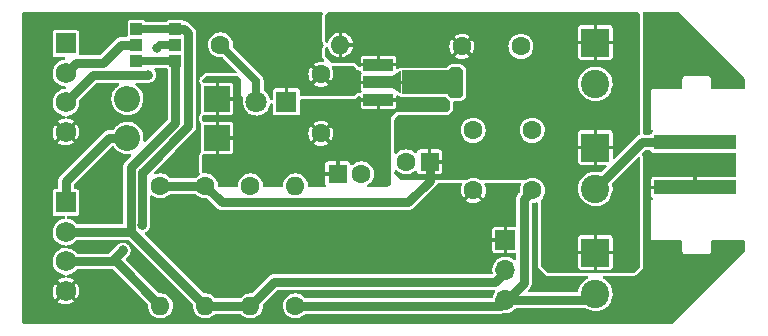
<source format=gbr>
G04 #@! TF.GenerationSoftware,KiCad,Pcbnew,6.0.0-d3dd2cf0fa~116~ubuntu20.04.1*
G04 #@! TF.CreationDate,2022-01-19T00:46:33+01:00*
G04 #@! TF.ProjectId,bobbycar,626f6262-7963-4617-922e-6b696361645f,rev?*
G04 #@! TF.SameCoordinates,Original*
G04 #@! TF.FileFunction,Copper,L1,Top*
G04 #@! TF.FilePolarity,Positive*
%FSLAX46Y46*%
G04 Gerber Fmt 4.6, Leading zero omitted, Abs format (unit mm)*
G04 Created by KiCad (PCBNEW 6.0.0-d3dd2cf0fa~116~ubuntu20.04.1) date 2022-01-19 00:46:33*
%MOMM*%
%LPD*%
G01*
G04 APERTURE LIST*
G04 Aperture macros list*
%AMOutline4P*
0 Free polygon, 4 corners , with rotation*
0 The origin of the aperture is its center*
0 number of corners: always 4*
0 $1 to $8 corner X, Y*
0 $9 Rotation angle, in degrees counterclockwise*
0 create outline with 4 corners*
4,1,4,$1,$2,$3,$4,$5,$6,$7,$8,$1,$2,$9*%
G04 Aperture macros list end*
G04 #@! TA.AperFunction,ComponentPad*
%ADD10C,1.600000*%
G04 #@! TD*
G04 #@! TA.AperFunction,ComponentPad*
%ADD11O,1.600000X1.600000*%
G04 #@! TD*
G04 #@! TA.AperFunction,ComponentPad*
%ADD12O,2.200000X2.200000*%
G04 #@! TD*
G04 #@! TA.AperFunction,ComponentPad*
%ADD13R,2.200000X2.200000*%
G04 #@! TD*
G04 #@! TA.AperFunction,SMDPad,CuDef*
%ADD14R,2.500000X1.000000*%
G04 #@! TD*
G04 #@! TA.AperFunction,SMDPad,CuDef*
%ADD15R,4.000000X2.000000*%
G04 #@! TD*
G04 #@! TA.AperFunction,SMDPad,CuDef*
%ADD16Outline4P,-1.000000X-0.375000X1.000000X-0.375000X0.500000X0.375000X-0.500000X0.375000X90.000000*%
G04 #@! TD*
G04 #@! TA.AperFunction,ComponentPad*
%ADD17R,1.700000X1.700000*%
G04 #@! TD*
G04 #@! TA.AperFunction,ComponentPad*
%ADD18O,1.700000X1.700000*%
G04 #@! TD*
G04 #@! TA.AperFunction,ComponentPad*
%ADD19R,1.600000X1.600000*%
G04 #@! TD*
G04 #@! TA.AperFunction,ComponentPad*
%ADD20C,1.750000*%
G04 #@! TD*
G04 #@! TA.AperFunction,ComponentPad*
%ADD21R,1.750000X1.750000*%
G04 #@! TD*
G04 #@! TA.AperFunction,ComponentPad*
%ADD22R,2.400000X2.400000*%
G04 #@! TD*
G04 #@! TA.AperFunction,ComponentPad*
%ADD23C,2.400000*%
G04 #@! TD*
G04 #@! TA.AperFunction,ComponentPad*
%ADD24R,1.800000X1.800000*%
G04 #@! TD*
G04 #@! TA.AperFunction,ComponentPad*
%ADD25C,1.800000*%
G04 #@! TD*
G04 #@! TA.AperFunction,SMDPad,CuDef*
%ADD26R,1.000000X1.000000*%
G04 #@! TD*
G04 #@! TA.AperFunction,SMDPad,CuDef*
%ADD27R,7.000000X1.270000*%
G04 #@! TD*
G04 #@! TA.AperFunction,ViaPad*
%ADD28C,0.800000*%
G04 #@! TD*
G04 #@! TA.AperFunction,Conductor*
%ADD29C,0.800000*%
G04 #@! TD*
G04 #@! TA.AperFunction,Conductor*
%ADD30C,0.700000*%
G04 #@! TD*
G04 APERTURE END LIST*
D10*
X139018000Y-100965000D03*
X144018000Y-100965000D03*
X126111000Y-96139000D03*
X126111000Y-91139000D03*
X143049000Y-88773000D03*
X138049000Y-88773000D03*
X139001500Y-95885000D03*
X144001500Y-95885000D03*
D11*
X123952000Y-100584000D03*
D10*
X123952000Y-110744000D03*
D12*
X109728000Y-93218000D03*
D13*
X117348000Y-93218000D03*
X117348000Y-96520000D03*
D12*
X109728000Y-96520000D03*
D14*
X130978000Y-90321000D03*
X130978000Y-91821000D03*
X130978000Y-93321000D03*
D15*
X134938000Y-91821000D03*
D16*
X132588000Y-91821000D03*
D17*
X141732000Y-105156000D03*
D18*
X141732000Y-107696000D03*
X141732000Y-110236000D03*
D10*
X120142000Y-100584000D03*
D11*
X120142000Y-110744000D03*
D10*
X117602000Y-88646000D03*
D11*
X127762000Y-88646000D03*
X112522000Y-110744000D03*
D10*
X112522000Y-100584000D03*
X116332000Y-100584000D03*
D11*
X116332000Y-110744000D03*
D10*
X129540000Y-99568000D03*
D19*
X127540000Y-99568000D03*
X135318500Y-98552000D03*
D10*
X133318500Y-98552000D03*
D20*
X104521000Y-96019000D03*
X104521000Y-93519000D03*
X104521000Y-91019000D03*
D21*
X104521000Y-88519000D03*
X104521000Y-101981000D03*
D20*
X104521000Y-104481000D03*
X104521000Y-106981000D03*
X104521000Y-109481000D03*
D22*
X149352000Y-106228000D03*
D23*
X149352000Y-109728000D03*
X149352000Y-91948000D03*
D22*
X149352000Y-88448000D03*
X149352000Y-97338000D03*
D23*
X149352000Y-100838000D03*
D24*
X123190000Y-93472000D03*
D25*
X120650000Y-93472000D03*
D26*
X110490000Y-88646000D03*
X110490000Y-87296000D03*
X110490000Y-89996000D03*
X113792000Y-89996000D03*
X113792000Y-87296000D03*
X113792000Y-88646000D03*
D27*
X157792800Y-96906000D03*
X157792800Y-100706000D03*
D28*
X152654000Y-95631000D03*
X109347000Y-106045000D03*
X110998000Y-103886000D03*
X155448000Y-98806000D03*
X159385000Y-98806000D03*
X154051000Y-106299000D03*
X117094000Y-109474000D03*
X112268000Y-88900000D03*
X111506000Y-91186000D03*
X146812000Y-108966000D03*
X137541000Y-92646500D03*
X137541000Y-91821000D03*
X137541000Y-90995500D03*
X153924000Y-90805000D03*
X106045000Y-105664000D03*
X106172000Y-103251000D03*
X108585000Y-98425000D03*
X112268000Y-102616000D03*
X137541000Y-101092000D03*
D29*
X116332000Y-100584000D02*
X117732001Y-101984001D01*
X117732001Y-101984001D02*
X133486499Y-101984001D01*
X133486499Y-101984001D02*
X135318500Y-100152000D01*
X135318500Y-100152000D02*
X135318500Y-98552000D01*
X112522000Y-100584000D02*
X116332000Y-100584000D01*
X108752000Y-106640000D02*
X108411000Y-106981000D01*
X108411000Y-106981000D02*
X104521000Y-106981000D01*
X143309001Y-101673999D02*
X143309001Y-108785999D01*
X143309001Y-108785999D02*
X141859000Y-110236000D01*
X144018000Y-100965000D02*
X143309001Y-101673999D01*
X108752000Y-106974000D02*
X108752000Y-106640000D01*
X108752000Y-106640000D02*
X109347000Y-106045000D01*
D30*
X113792000Y-87296000D02*
X110490000Y-87296000D01*
D29*
X141859000Y-110236000D02*
X148844000Y-110236000D01*
X148844000Y-110236000D02*
X149352000Y-109728000D01*
X123952000Y-110744000D02*
X141351000Y-110744000D01*
X141351000Y-110744000D02*
X141859000Y-110236000D01*
X114892001Y-95546999D02*
X114892001Y-87665999D01*
X111006613Y-99449613D02*
X110998000Y-99441000D01*
X110998000Y-103886000D02*
X110998000Y-99458226D01*
X114892001Y-95546999D02*
X111006613Y-99449613D01*
X110998000Y-99458226D02*
X111006613Y-99449613D01*
X114522002Y-87296000D02*
X114892001Y-87665999D01*
X113792000Y-87296000D02*
X114522002Y-87296000D01*
X112522000Y-110744000D02*
X108752000Y-106974000D01*
X104521000Y-93519000D02*
X106854000Y-91186000D01*
X106854000Y-91186000D02*
X111506000Y-91186000D01*
D30*
X113792000Y-88646000D02*
X112522000Y-88646000D01*
X112522000Y-88646000D02*
X112268000Y-88900000D01*
D29*
X105395999Y-90144001D02*
X107691999Y-90144001D01*
X107691999Y-90144001D02*
X109190000Y-88646000D01*
X109190000Y-88646000D02*
X110490000Y-88646000D01*
X104521000Y-91019000D02*
X105395999Y-90144001D01*
X105395999Y-90144001D02*
X105737435Y-90144001D01*
X104521000Y-101981000D02*
X104521000Y-100171366D01*
X104521000Y-100171366D02*
X108172366Y-96520000D01*
X108172366Y-96520000D02*
X109728000Y-96520000D01*
D30*
X109347000Y-96520000D02*
X109728000Y-96520000D01*
D29*
X104521000Y-104481000D02*
X109926984Y-104481000D01*
X109926984Y-104481000D02*
X109997992Y-104409992D01*
X110062000Y-104474000D02*
X110015000Y-104521000D01*
X113792000Y-89996000D02*
X113792000Y-95232774D01*
X113792000Y-95232774D02*
X109997992Y-99026782D01*
X109997992Y-99026782D02*
X109997992Y-104409992D01*
X109997992Y-104409992D02*
X110062000Y-104474000D01*
D30*
X110490000Y-89996000D02*
X113792000Y-89996000D01*
D29*
X138684000Y-108712000D02*
X140843000Y-108712000D01*
X140843000Y-108712000D02*
X141859000Y-107696000D01*
X122174000Y-108712000D02*
X138684000Y-108712000D01*
X120142000Y-110744000D02*
X122174000Y-108712000D01*
X138684000Y-108712000D02*
X138699990Y-108727990D01*
X158267400Y-96906000D02*
X153284000Y-96906000D01*
X153284000Y-96906000D02*
X149352000Y-100838000D01*
X110062000Y-104474000D02*
X116332000Y-110744000D01*
X120142000Y-110744000D02*
X116332000Y-110744000D01*
X149484000Y-100706000D02*
X149352000Y-100838000D01*
D30*
X120650000Y-93472000D02*
X120650000Y-91694000D01*
X120650000Y-91694000D02*
X117602000Y-88646000D01*
G04 #@! TA.AperFunction,Conductor*
G36*
X152923931Y-85872002D02*
G01*
X152944905Y-85888905D01*
X153125095Y-86069095D01*
X153159121Y-86131407D01*
X153162000Y-86158190D01*
X153162000Y-96164741D01*
X153141998Y-96232862D01*
X153082379Y-96281895D01*
X153077279Y-96283914D01*
X153066056Y-96287756D01*
X153022002Y-96300555D01*
X153003703Y-96311377D01*
X152985954Y-96320072D01*
X152966186Y-96327899D01*
X152959770Y-96332560D01*
X152959769Y-96332561D01*
X152929075Y-96354862D01*
X152919151Y-96361381D01*
X152886488Y-96380697D01*
X152886483Y-96380701D01*
X152879665Y-96384733D01*
X152864639Y-96399759D01*
X152849605Y-96412600D01*
X152832403Y-96425098D01*
X152804361Y-96458995D01*
X152803154Y-96460454D01*
X152795164Y-96469234D01*
X151021095Y-98243302D01*
X150958783Y-98277328D01*
X150887967Y-98272263D01*
X150831132Y-98229716D01*
X150806321Y-98163196D01*
X150806000Y-98154207D01*
X150806000Y-97506115D01*
X150801525Y-97490876D01*
X150800135Y-97489671D01*
X150792452Y-97488000D01*
X149520115Y-97488000D01*
X149504876Y-97492475D01*
X149503671Y-97493865D01*
X149502000Y-97501548D01*
X149502000Y-98773884D01*
X149506475Y-98789123D01*
X149507865Y-98790328D01*
X149515548Y-98791999D01*
X150168208Y-98791999D01*
X150236329Y-98812001D01*
X150282822Y-98865657D01*
X150292926Y-98935931D01*
X150263432Y-99000511D01*
X150257303Y-99007094D01*
X149864219Y-99400178D01*
X149801907Y-99434204D01*
X149734699Y-99429959D01*
X149734693Y-99429983D01*
X149734573Y-99429951D01*
X149733065Y-99429856D01*
X149729694Y-99428662D01*
X149729691Y-99428661D01*
X149724819Y-99426936D01*
X149676046Y-99418248D01*
X149494438Y-99385898D01*
X149494434Y-99385898D01*
X149489350Y-99384992D01*
X149405548Y-99383968D01*
X149255360Y-99382133D01*
X149255358Y-99382133D01*
X149250191Y-99382070D01*
X149091680Y-99406326D01*
X149018876Y-99417466D01*
X149018874Y-99417467D01*
X149013767Y-99418248D01*
X148926866Y-99446652D01*
X148791340Y-99490949D01*
X148791338Y-99490950D01*
X148786427Y-99492555D01*
X148699253Y-99537935D01*
X148587755Y-99595977D01*
X148574275Y-99602994D01*
X148570142Y-99606097D01*
X148570139Y-99606099D01*
X148400640Y-99733363D01*
X148383010Y-99746600D01*
X148337843Y-99793864D01*
X148225982Y-99910920D01*
X148217767Y-99919516D01*
X148214853Y-99923788D01*
X148214852Y-99923789D01*
X148136196Y-100039095D01*
X148082985Y-100117099D01*
X147982284Y-100334042D01*
X147918366Y-100564520D01*
X147917817Y-100569654D01*
X147917817Y-100569656D01*
X147914231Y-100603216D01*
X147892951Y-100802342D01*
X147893248Y-100807494D01*
X147893248Y-100807498D01*
X147900212Y-100928272D01*
X147906719Y-101041121D01*
X147907856Y-101046167D01*
X147907857Y-101046173D01*
X147916629Y-101085096D01*
X147959301Y-101274446D01*
X148049284Y-101496049D01*
X148051989Y-101500464D01*
X148051990Y-101500465D01*
X148076909Y-101541129D01*
X148174254Y-101699980D01*
X148330852Y-101880762D01*
X148514874Y-102033540D01*
X148519326Y-102036142D01*
X148519331Y-102036145D01*
X148716919Y-102151606D01*
X148721377Y-102154211D01*
X148944817Y-102239534D01*
X148949883Y-102240565D01*
X148949884Y-102240565D01*
X149004729Y-102251723D01*
X149179191Y-102287218D01*
X149313499Y-102292143D01*
X149413043Y-102295794D01*
X149413048Y-102295794D01*
X149418207Y-102295983D01*
X149423327Y-102295327D01*
X149423329Y-102295327D01*
X149650316Y-102266249D01*
X149650317Y-102266249D01*
X149655444Y-102265592D01*
X149660394Y-102264107D01*
X149879577Y-102198349D01*
X149879582Y-102198347D01*
X149884532Y-102196862D01*
X150099319Y-102091639D01*
X150103524Y-102088639D01*
X150103530Y-102088636D01*
X150289832Y-101955748D01*
X150289834Y-101955746D01*
X150294036Y-101952749D01*
X150463454Y-101783921D01*
X150603023Y-101589690D01*
X150609894Y-101575789D01*
X150706701Y-101379914D01*
X150706702Y-101379912D01*
X150708995Y-101375272D01*
X150778524Y-101146425D01*
X150801948Y-100968505D01*
X150809306Y-100912617D01*
X150809306Y-100912613D01*
X150809743Y-100909296D01*
X150809941Y-100901179D01*
X150811403Y-100841365D01*
X150811403Y-100841361D01*
X150811485Y-100838000D01*
X150803814Y-100744696D01*
X150792311Y-100604779D01*
X150792310Y-100604773D01*
X150791887Y-100599628D01*
X150772480Y-100522366D01*
X150753898Y-100448386D01*
X150756702Y-100377445D01*
X150787007Y-100328596D01*
X152946905Y-98168698D01*
X153009217Y-98134672D01*
X153080032Y-98139737D01*
X153136868Y-98182284D01*
X153161679Y-98248804D01*
X153162000Y-98257793D01*
X153162000Y-107389810D01*
X153141998Y-107457931D01*
X153125095Y-107478905D01*
X152690905Y-107913095D01*
X152628593Y-107947121D01*
X152601810Y-107950000D01*
X145340190Y-107950000D01*
X145272069Y-107929998D01*
X145251095Y-107913095D01*
X144816905Y-107478905D01*
X144799389Y-107446828D01*
X147898001Y-107446828D01*
X147899209Y-107459088D01*
X147910315Y-107514931D01*
X147919633Y-107537427D01*
X147961983Y-107600808D01*
X147979192Y-107618017D01*
X148042575Y-107660368D01*
X148065066Y-107669684D01*
X148120915Y-107680793D01*
X148133170Y-107682000D01*
X149183885Y-107682000D01*
X149199124Y-107677525D01*
X149200329Y-107676135D01*
X149202000Y-107668452D01*
X149202000Y-107663884D01*
X149502000Y-107663884D01*
X149506475Y-107679123D01*
X149507865Y-107680328D01*
X149515548Y-107681999D01*
X150570828Y-107681999D01*
X150583088Y-107680791D01*
X150638931Y-107669685D01*
X150661427Y-107660367D01*
X150724808Y-107618017D01*
X150742017Y-107600808D01*
X150784368Y-107537425D01*
X150793684Y-107514934D01*
X150804793Y-107459085D01*
X150806000Y-107446830D01*
X150806000Y-106396115D01*
X150801525Y-106380876D01*
X150800135Y-106379671D01*
X150792452Y-106378000D01*
X149520115Y-106378000D01*
X149504876Y-106382475D01*
X149503671Y-106383865D01*
X149502000Y-106391548D01*
X149502000Y-107663884D01*
X149202000Y-107663884D01*
X149202000Y-106396115D01*
X149197525Y-106380876D01*
X149196135Y-106379671D01*
X149188452Y-106378000D01*
X147916116Y-106378000D01*
X147900877Y-106382475D01*
X147899672Y-106383865D01*
X147898001Y-106391548D01*
X147898001Y-107446828D01*
X144799389Y-107446828D01*
X144782879Y-107416593D01*
X144780000Y-107389810D01*
X144780000Y-106059885D01*
X147898000Y-106059885D01*
X147902475Y-106075124D01*
X147903865Y-106076329D01*
X147911548Y-106078000D01*
X149183885Y-106078000D01*
X149199124Y-106073525D01*
X149200329Y-106072135D01*
X149202000Y-106064452D01*
X149202000Y-106059885D01*
X149502000Y-106059885D01*
X149506475Y-106075124D01*
X149507865Y-106076329D01*
X149515548Y-106078000D01*
X150787884Y-106078000D01*
X150803123Y-106073525D01*
X150804328Y-106072135D01*
X150805999Y-106064452D01*
X150805999Y-105009172D01*
X150804791Y-104996912D01*
X150793685Y-104941069D01*
X150784367Y-104918573D01*
X150742017Y-104855192D01*
X150724808Y-104837983D01*
X150661425Y-104795632D01*
X150638934Y-104786316D01*
X150583085Y-104775207D01*
X150570830Y-104774000D01*
X149520115Y-104774000D01*
X149504876Y-104778475D01*
X149503671Y-104779865D01*
X149502000Y-104787548D01*
X149502000Y-106059885D01*
X149202000Y-106059885D01*
X149202000Y-104792116D01*
X149197525Y-104776877D01*
X149196135Y-104775672D01*
X149188452Y-104774001D01*
X148133172Y-104774001D01*
X148120912Y-104775209D01*
X148065069Y-104786315D01*
X148042573Y-104795633D01*
X147979192Y-104837983D01*
X147961983Y-104855192D01*
X147919632Y-104918575D01*
X147910316Y-104941066D01*
X147899207Y-104996915D01*
X147898000Y-105009170D01*
X147898000Y-106059885D01*
X144780000Y-106059885D01*
X144780000Y-101742957D01*
X144800002Y-101674836D01*
X144810614Y-101660632D01*
X144883848Y-101575789D01*
X144951552Y-101456609D01*
X144982950Y-101401340D01*
X144982952Y-101401336D01*
X144985995Y-101395979D01*
X145026423Y-101274446D01*
X145049325Y-101205601D01*
X145049326Y-101205598D01*
X145051270Y-101199753D01*
X145077189Y-100994586D01*
X145077602Y-100965000D01*
X145057422Y-100759189D01*
X144997651Y-100561217D01*
X144900565Y-100378625D01*
X144896674Y-100373855D01*
X144896672Y-100373851D01*
X144773758Y-100223143D01*
X144773755Y-100223140D01*
X144769863Y-100218368D01*
X144757531Y-100208166D01*
X144615271Y-100090478D01*
X144615266Y-100090475D01*
X144610522Y-100086550D01*
X144605103Y-100083620D01*
X144605100Y-100083618D01*
X144434032Y-99991122D01*
X144434027Y-99991120D01*
X144428612Y-99988192D01*
X144231063Y-99927040D01*
X144224938Y-99926396D01*
X144224937Y-99926396D01*
X144031526Y-99906068D01*
X144031524Y-99906068D01*
X144025397Y-99905424D01*
X143911611Y-99915779D01*
X143825591Y-99923607D01*
X143825590Y-99923607D01*
X143819450Y-99924166D01*
X143621066Y-99982554D01*
X143615601Y-99985411D01*
X143469747Y-100061662D01*
X143411372Y-100076000D01*
X139622894Y-100076000D01*
X139562966Y-100060836D01*
X139434035Y-99991124D01*
X139434033Y-99991123D01*
X139428612Y-99988192D01*
X139231063Y-99927040D01*
X139224938Y-99926396D01*
X139224937Y-99926396D01*
X139031526Y-99906068D01*
X139031524Y-99906068D01*
X139025397Y-99905424D01*
X138911611Y-99915779D01*
X138825591Y-99923607D01*
X138825590Y-99923607D01*
X138819450Y-99924166D01*
X138621066Y-99982554D01*
X138615601Y-99985411D01*
X138469747Y-100061662D01*
X138411372Y-100076000D01*
X132894190Y-100076000D01*
X132826069Y-100055998D01*
X132805095Y-100039095D01*
X132370905Y-99604905D01*
X132336879Y-99542593D01*
X132334000Y-99515810D01*
X132334000Y-99368872D01*
X132354002Y-99300751D01*
X132407658Y-99254258D01*
X132477932Y-99244154D01*
X132542512Y-99273648D01*
X132550638Y-99281346D01*
X132552456Y-99283228D01*
X132556286Y-99288061D01*
X132560980Y-99292056D01*
X132560981Y-99292057D01*
X132709079Y-99418098D01*
X132713771Y-99422091D01*
X132894289Y-99522980D01*
X133090966Y-99586884D01*
X133296309Y-99611370D01*
X133302444Y-99610898D01*
X133302446Y-99610898D01*
X133496356Y-99595977D01*
X133496360Y-99595976D01*
X133502498Y-99595504D01*
X133701678Y-99539892D01*
X133707182Y-99537112D01*
X133707184Y-99537111D01*
X133880762Y-99449431D01*
X133880764Y-99449430D01*
X133886263Y-99446652D01*
X134049222Y-99319334D01*
X134053251Y-99314666D01*
X134054626Y-99313357D01*
X134117751Y-99280863D01*
X134188422Y-99287656D01*
X134244202Y-99331577D01*
X134265099Y-99380022D01*
X134276815Y-99438931D01*
X134286133Y-99461427D01*
X134328483Y-99524808D01*
X134345692Y-99542017D01*
X134409075Y-99584368D01*
X134431566Y-99593684D01*
X134487415Y-99604793D01*
X134499670Y-99606000D01*
X135150385Y-99606000D01*
X135165624Y-99601525D01*
X135166829Y-99600135D01*
X135168500Y-99592452D01*
X135168500Y-99587884D01*
X135468500Y-99587884D01*
X135472975Y-99603123D01*
X135474365Y-99604328D01*
X135482048Y-99605999D01*
X136137328Y-99605999D01*
X136149588Y-99604791D01*
X136205431Y-99593685D01*
X136227927Y-99584367D01*
X136291308Y-99542017D01*
X136308517Y-99524808D01*
X136350868Y-99461425D01*
X136360184Y-99438934D01*
X136371293Y-99383085D01*
X136372500Y-99370830D01*
X136372500Y-98720115D01*
X136368025Y-98704876D01*
X136366635Y-98703671D01*
X136358952Y-98702000D01*
X135486615Y-98702000D01*
X135471376Y-98706475D01*
X135470171Y-98707865D01*
X135468500Y-98715548D01*
X135468500Y-99587884D01*
X135168500Y-99587884D01*
X135168500Y-98556828D01*
X147898001Y-98556828D01*
X147899209Y-98569088D01*
X147910315Y-98624931D01*
X147919633Y-98647427D01*
X147961983Y-98710808D01*
X147979192Y-98728017D01*
X148042575Y-98770368D01*
X148065066Y-98779684D01*
X148120915Y-98790793D01*
X148133170Y-98792000D01*
X149183885Y-98792000D01*
X149199124Y-98787525D01*
X149200329Y-98786135D01*
X149202000Y-98778452D01*
X149202000Y-97506115D01*
X149197525Y-97490876D01*
X149196135Y-97489671D01*
X149188452Y-97488000D01*
X147916116Y-97488000D01*
X147900877Y-97492475D01*
X147899672Y-97493865D01*
X147898001Y-97501548D01*
X147898001Y-98556828D01*
X135168500Y-98556828D01*
X135168500Y-98383885D01*
X135468500Y-98383885D01*
X135472975Y-98399124D01*
X135474365Y-98400329D01*
X135482048Y-98402000D01*
X136354384Y-98402000D01*
X136369623Y-98397525D01*
X136370828Y-98396135D01*
X136372499Y-98388452D01*
X136372499Y-97733172D01*
X136371291Y-97720912D01*
X136360185Y-97665069D01*
X136350867Y-97642573D01*
X136308517Y-97579192D01*
X136291308Y-97561983D01*
X136227925Y-97519632D01*
X136205434Y-97510316D01*
X136149585Y-97499207D01*
X136137330Y-97498000D01*
X135486615Y-97498000D01*
X135471376Y-97502475D01*
X135470171Y-97503865D01*
X135468500Y-97511548D01*
X135468500Y-98383885D01*
X135168500Y-98383885D01*
X135168500Y-97516116D01*
X135164025Y-97500877D01*
X135162635Y-97499672D01*
X135154952Y-97498001D01*
X134499672Y-97498001D01*
X134487412Y-97499209D01*
X134431569Y-97510315D01*
X134409073Y-97519633D01*
X134345692Y-97561983D01*
X134328483Y-97579192D01*
X134286132Y-97642575D01*
X134276816Y-97665067D01*
X134264874Y-97725102D01*
X134231967Y-97788012D01*
X134170272Y-97823144D01*
X134099377Y-97819344D01*
X134060980Y-97797606D01*
X134053097Y-97791084D01*
X133968273Y-97720912D01*
X133915771Y-97677478D01*
X133915766Y-97677475D01*
X133911022Y-97673550D01*
X133905603Y-97670620D01*
X133905600Y-97670618D01*
X133734532Y-97578122D01*
X133734527Y-97578120D01*
X133729112Y-97575192D01*
X133531563Y-97514040D01*
X133525438Y-97513396D01*
X133525437Y-97513396D01*
X133332026Y-97493068D01*
X133332024Y-97493068D01*
X133325897Y-97492424D01*
X133200177Y-97503865D01*
X133126091Y-97510607D01*
X133126090Y-97510607D01*
X133119950Y-97511166D01*
X132921566Y-97569554D01*
X132916101Y-97572411D01*
X132743761Y-97662508D01*
X132743757Y-97662511D01*
X132738301Y-97665363D01*
X132577135Y-97794943D01*
X132573176Y-97799661D01*
X132573171Y-97799666D01*
X132556522Y-97819508D01*
X132497413Y-97858835D01*
X132426425Y-97859962D01*
X132366097Y-97822532D01*
X132335583Y-97758427D01*
X132334000Y-97738518D01*
X132334000Y-97169885D01*
X147898000Y-97169885D01*
X147902475Y-97185124D01*
X147903865Y-97186329D01*
X147911548Y-97188000D01*
X149183885Y-97188000D01*
X149199124Y-97183525D01*
X149200329Y-97182135D01*
X149202000Y-97174452D01*
X149202000Y-97169885D01*
X149502000Y-97169885D01*
X149506475Y-97185124D01*
X149507865Y-97186329D01*
X149515548Y-97188000D01*
X150787884Y-97188000D01*
X150803123Y-97183525D01*
X150804328Y-97182135D01*
X150805999Y-97174452D01*
X150805999Y-96119172D01*
X150804791Y-96106912D01*
X150793685Y-96051069D01*
X150784367Y-96028573D01*
X150742017Y-95965192D01*
X150724808Y-95947983D01*
X150661425Y-95905632D01*
X150638934Y-95896316D01*
X150583085Y-95885207D01*
X150570830Y-95884000D01*
X149520115Y-95884000D01*
X149504876Y-95888475D01*
X149503671Y-95889865D01*
X149502000Y-95897548D01*
X149502000Y-97169885D01*
X149202000Y-97169885D01*
X149202000Y-95902116D01*
X149197525Y-95886877D01*
X149196135Y-95885672D01*
X149188452Y-95884001D01*
X148133172Y-95884001D01*
X148120912Y-95885209D01*
X148065069Y-95896315D01*
X148042573Y-95905633D01*
X147979192Y-95947983D01*
X147961983Y-95965192D01*
X147919632Y-96028575D01*
X147910316Y-96051066D01*
X147899207Y-96106915D01*
X147898000Y-96119170D01*
X147898000Y-97169885D01*
X132334000Y-97169885D01*
X132334000Y-95870206D01*
X137942001Y-95870206D01*
X137959306Y-96076278D01*
X138016307Y-96275066D01*
X138019125Y-96280548D01*
X138019126Y-96280552D01*
X138108014Y-96453509D01*
X138108017Y-96453513D01*
X138110834Y-96458995D01*
X138239286Y-96621061D01*
X138396771Y-96755091D01*
X138577289Y-96855980D01*
X138773966Y-96919884D01*
X138979309Y-96944370D01*
X138985444Y-96943898D01*
X138985446Y-96943898D01*
X139179356Y-96928977D01*
X139179360Y-96928976D01*
X139185498Y-96928504D01*
X139384678Y-96872892D01*
X139390182Y-96870112D01*
X139390184Y-96870111D01*
X139563762Y-96782431D01*
X139563764Y-96782430D01*
X139569263Y-96779652D01*
X139732222Y-96652334D01*
X139736248Y-96647670D01*
X139736251Y-96647667D01*
X139863319Y-96500457D01*
X139863320Y-96500455D01*
X139867348Y-96495789D01*
X139945420Y-96358358D01*
X139966450Y-96321340D01*
X139966452Y-96321336D01*
X139969495Y-96315979D01*
X140034770Y-96119753D01*
X140060689Y-95914586D01*
X140061102Y-95885000D01*
X140059651Y-95870206D01*
X142942001Y-95870206D01*
X142959306Y-96076278D01*
X143016307Y-96275066D01*
X143019125Y-96280548D01*
X143019126Y-96280552D01*
X143108014Y-96453509D01*
X143108017Y-96453513D01*
X143110834Y-96458995D01*
X143239286Y-96621061D01*
X143396771Y-96755091D01*
X143577289Y-96855980D01*
X143773966Y-96919884D01*
X143979309Y-96944370D01*
X143985444Y-96943898D01*
X143985446Y-96943898D01*
X144179356Y-96928977D01*
X144179360Y-96928976D01*
X144185498Y-96928504D01*
X144384678Y-96872892D01*
X144390182Y-96870112D01*
X144390184Y-96870111D01*
X144563762Y-96782431D01*
X144563764Y-96782430D01*
X144569263Y-96779652D01*
X144732222Y-96652334D01*
X144736248Y-96647670D01*
X144736251Y-96647667D01*
X144863319Y-96500457D01*
X144863320Y-96500455D01*
X144867348Y-96495789D01*
X144945420Y-96358358D01*
X144966450Y-96321340D01*
X144966452Y-96321336D01*
X144969495Y-96315979D01*
X145034770Y-96119753D01*
X145060689Y-95914586D01*
X145061102Y-95885000D01*
X145040922Y-95679189D01*
X144981151Y-95481217D01*
X144884065Y-95298625D01*
X144880174Y-95293855D01*
X144880172Y-95293851D01*
X144757258Y-95143143D01*
X144757255Y-95143140D01*
X144753363Y-95138368D01*
X144746466Y-95132662D01*
X144598771Y-95010478D01*
X144598766Y-95010475D01*
X144594022Y-95006550D01*
X144588603Y-95003620D01*
X144588600Y-95003618D01*
X144417532Y-94911122D01*
X144417527Y-94911120D01*
X144412112Y-94908192D01*
X144214563Y-94847040D01*
X144208438Y-94846396D01*
X144208437Y-94846396D01*
X144015026Y-94826068D01*
X144015024Y-94826068D01*
X144008897Y-94825424D01*
X143882729Y-94836906D01*
X143809091Y-94843607D01*
X143809090Y-94843607D01*
X143802950Y-94844166D01*
X143604566Y-94902554D01*
X143599101Y-94905411D01*
X143426761Y-94995508D01*
X143426757Y-94995511D01*
X143421301Y-94998363D01*
X143260135Y-95127943D01*
X143127208Y-95286360D01*
X143027582Y-95467578D01*
X142965053Y-95664696D01*
X142942001Y-95870206D01*
X140059651Y-95870206D01*
X140040922Y-95679189D01*
X139981151Y-95481217D01*
X139884065Y-95298625D01*
X139880174Y-95293855D01*
X139880172Y-95293851D01*
X139757258Y-95143143D01*
X139757255Y-95143140D01*
X139753363Y-95138368D01*
X139746466Y-95132662D01*
X139598771Y-95010478D01*
X139598766Y-95010475D01*
X139594022Y-95006550D01*
X139588603Y-95003620D01*
X139588600Y-95003618D01*
X139417532Y-94911122D01*
X139417527Y-94911120D01*
X139412112Y-94908192D01*
X139214563Y-94847040D01*
X139208438Y-94846396D01*
X139208437Y-94846396D01*
X139015026Y-94826068D01*
X139015024Y-94826068D01*
X139008897Y-94825424D01*
X138882729Y-94836906D01*
X138809091Y-94843607D01*
X138809090Y-94843607D01*
X138802950Y-94844166D01*
X138604566Y-94902554D01*
X138599101Y-94905411D01*
X138426761Y-94995508D01*
X138426757Y-94995511D01*
X138421301Y-94998363D01*
X138260135Y-95127943D01*
X138127208Y-95286360D01*
X138027582Y-95467578D01*
X137965053Y-95664696D01*
X137942001Y-95870206D01*
X132334000Y-95870206D01*
X132334000Y-94995667D01*
X132354002Y-94927546D01*
X132359200Y-94920067D01*
X132550200Y-94665400D01*
X132607074Y-94622905D01*
X132651000Y-94615000D01*
X136726810Y-94615000D01*
X136753957Y-94613545D01*
X136755628Y-94613365D01*
X136755645Y-94613364D01*
X136769599Y-94611864D01*
X136780740Y-94610666D01*
X136875325Y-94581050D01*
X136880757Y-94578084D01*
X136880759Y-94578083D01*
X136933689Y-94549180D01*
X136933691Y-94549179D01*
X136937637Y-94547024D01*
X136943366Y-94542735D01*
X136991908Y-94506397D01*
X136991912Y-94506393D01*
X136995510Y-94503700D01*
X137175700Y-94323510D01*
X137178682Y-94320191D01*
X137192723Y-94304559D01*
X137193865Y-94303288D01*
X137210768Y-94282314D01*
X137256709Y-94194491D01*
X137262481Y-94174835D01*
X137275441Y-94130694D01*
X137276711Y-94126370D01*
X137278851Y-94111490D01*
X137286358Y-94059273D01*
X137287000Y-94054810D01*
X137287000Y-93534500D01*
X137307002Y-93466379D01*
X137360658Y-93419886D01*
X137413000Y-93408500D01*
X137922000Y-93408500D01*
X137952649Y-93402403D01*
X138007033Y-93391586D01*
X138007035Y-93391585D01*
X138019202Y-93389165D01*
X138029517Y-93382273D01*
X138029519Y-93382272D01*
X138096459Y-93337544D01*
X138096463Y-93337541D01*
X138101605Y-93334105D01*
X138355605Y-93080105D01*
X138359041Y-93074963D01*
X138359044Y-93074959D01*
X138403772Y-93008019D01*
X138403773Y-93008017D01*
X138410665Y-92997702D01*
X138413950Y-92981190D01*
X138428793Y-92906567D01*
X138430000Y-92900500D01*
X138430000Y-91912342D01*
X147892951Y-91912342D01*
X147893248Y-91917494D01*
X147893248Y-91917498D01*
X147901723Y-92064482D01*
X147906719Y-92151121D01*
X147907856Y-92156167D01*
X147907857Y-92156173D01*
X147913791Y-92182504D01*
X147959301Y-92384446D01*
X148049284Y-92606049D01*
X148174254Y-92809980D01*
X148330852Y-92990762D01*
X148514874Y-93143540D01*
X148519326Y-93146142D01*
X148519331Y-93146145D01*
X148636526Y-93214628D01*
X148721377Y-93264211D01*
X148944817Y-93349534D01*
X148949883Y-93350565D01*
X148949884Y-93350565D01*
X149004729Y-93361723D01*
X149179191Y-93397218D01*
X149313499Y-93402143D01*
X149413043Y-93405794D01*
X149413048Y-93405794D01*
X149418207Y-93405983D01*
X149423327Y-93405327D01*
X149423329Y-93405327D01*
X149650316Y-93376249D01*
X149650317Y-93376249D01*
X149655444Y-93375592D01*
X149726264Y-93354345D01*
X149879577Y-93308349D01*
X149879582Y-93308347D01*
X149884532Y-93306862D01*
X150099319Y-93201639D01*
X150103524Y-93198639D01*
X150103530Y-93198636D01*
X150289832Y-93065748D01*
X150289834Y-93065746D01*
X150294036Y-93062749D01*
X150463454Y-92893921D01*
X150603023Y-92699690D01*
X150633752Y-92637516D01*
X150706701Y-92489914D01*
X150706702Y-92489912D01*
X150708995Y-92485272D01*
X150778524Y-92256425D01*
X150796814Y-92117502D01*
X150809306Y-92022617D01*
X150809306Y-92022613D01*
X150809743Y-92019296D01*
X150811485Y-91948000D01*
X150791887Y-91709628D01*
X150733620Y-91477658D01*
X150638249Y-91258319D01*
X150508335Y-91057502D01*
X150479470Y-91025779D01*
X150350844Y-90884422D01*
X150350842Y-90884421D01*
X150347366Y-90880600D01*
X150343315Y-90877401D01*
X150343311Y-90877397D01*
X150163725Y-90735569D01*
X150159667Y-90732364D01*
X150042087Y-90667456D01*
X149954808Y-90619275D01*
X149954805Y-90619274D01*
X149950277Y-90616774D01*
X149724819Y-90536936D01*
X149685056Y-90529853D01*
X149494438Y-90495898D01*
X149494434Y-90495898D01*
X149489350Y-90494992D01*
X149405548Y-90493968D01*
X149255360Y-90492133D01*
X149255358Y-90492133D01*
X149250191Y-90492070D01*
X149091680Y-90516326D01*
X149018876Y-90527466D01*
X149018874Y-90527467D01*
X149013767Y-90528248D01*
X148981906Y-90538662D01*
X148791340Y-90600949D01*
X148791338Y-90600950D01*
X148786427Y-90602555D01*
X148574275Y-90712994D01*
X148570142Y-90716097D01*
X148570139Y-90716099D01*
X148443494Y-90811187D01*
X148383010Y-90856600D01*
X148217767Y-91029516D01*
X148214853Y-91033788D01*
X148214852Y-91033789D01*
X148176991Y-91089291D01*
X148082985Y-91227099D01*
X148051034Y-91295933D01*
X147998846Y-91408363D01*
X147982284Y-91444042D01*
X147918366Y-91674520D01*
X147917817Y-91679654D01*
X147917817Y-91679656D01*
X147914614Y-91709628D01*
X147892951Y-91912342D01*
X138430000Y-91912342D01*
X138430000Y-90805000D01*
X138415552Y-90732364D01*
X138413086Y-90719967D01*
X138413085Y-90719965D01*
X138410665Y-90707798D01*
X138403773Y-90697483D01*
X138403772Y-90697481D01*
X138359044Y-90630541D01*
X138359041Y-90630537D01*
X138355605Y-90625395D01*
X138101605Y-90371395D01*
X138096463Y-90367959D01*
X138096459Y-90367956D01*
X138029519Y-90323228D01*
X138029517Y-90323227D01*
X138019202Y-90316335D01*
X138007035Y-90313915D01*
X138007033Y-90313914D01*
X137952649Y-90303097D01*
X137922000Y-90297000D01*
X137160000Y-90297000D01*
X137129351Y-90303097D01*
X137074967Y-90313914D01*
X137074965Y-90313915D01*
X137062798Y-90316335D01*
X137052483Y-90323227D01*
X137052481Y-90323228D01*
X136985541Y-90367956D01*
X136985537Y-90367959D01*
X136980395Y-90371395D01*
X136822195Y-90529595D01*
X136759883Y-90563621D01*
X136733100Y-90566500D01*
X133458191Y-90566501D01*
X133007899Y-90566501D01*
X132999340Y-90566082D01*
X132988366Y-90562756D01*
X132963087Y-90565253D01*
X132956623Y-90565891D01*
X132944239Y-90566501D01*
X132912934Y-90566501D01*
X132877182Y-90573612D01*
X132850874Y-90578844D01*
X132850872Y-90578845D01*
X132838699Y-90581266D01*
X132828379Y-90588161D01*
X132828378Y-90588162D01*
X132806838Y-90602555D01*
X132754516Y-90637516D01*
X132747623Y-90647832D01*
X132738845Y-90656610D01*
X132738629Y-90656394D01*
X132713601Y-90681396D01*
X132677891Y-90705203D01*
X132610118Y-90726346D01*
X132541671Y-90707492D01*
X132494282Y-90654626D01*
X132482000Y-90600364D01*
X132482000Y-90489115D01*
X132477525Y-90473876D01*
X132476135Y-90472671D01*
X132468452Y-90471000D01*
X129492116Y-90471000D01*
X129476877Y-90475475D01*
X129464374Y-90489904D01*
X129444414Y-90526458D01*
X129382101Y-90560483D01*
X129311286Y-90555419D01*
X129258522Y-90518026D01*
X128980098Y-90183917D01*
X128980097Y-90183916D01*
X128968500Y-90170000D01*
X127052190Y-90170000D01*
X126993901Y-90152885D01*
X129474000Y-90152885D01*
X129478475Y-90168124D01*
X129479865Y-90169329D01*
X129487548Y-90171000D01*
X130809885Y-90171000D01*
X130825124Y-90166525D01*
X130826329Y-90165135D01*
X130828000Y-90157452D01*
X130828000Y-90152885D01*
X131128000Y-90152885D01*
X131132475Y-90168124D01*
X131133865Y-90169329D01*
X131141548Y-90171000D01*
X132463884Y-90171000D01*
X132479123Y-90166525D01*
X132480328Y-90165135D01*
X132481999Y-90157452D01*
X132481999Y-89802172D01*
X132480791Y-89789912D01*
X132469685Y-89734069D01*
X132460367Y-89711573D01*
X132418017Y-89648192D01*
X132400808Y-89630983D01*
X132382811Y-89618958D01*
X137421305Y-89618958D01*
X137428137Y-89628704D01*
X137439860Y-89638681D01*
X137449940Y-89645687D01*
X137619612Y-89740514D01*
X137630851Y-89745424D01*
X137815715Y-89805490D01*
X137827689Y-89808123D01*
X138020708Y-89831139D01*
X138032957Y-89831396D01*
X138226769Y-89816483D01*
X138238849Y-89814352D01*
X138426061Y-89762081D01*
X138437494Y-89757647D01*
X138611000Y-89670003D01*
X138621344Y-89663438D01*
X138666557Y-89628115D01*
X138675025Y-89616303D01*
X138668488Y-89604620D01*
X138061812Y-88997944D01*
X138047868Y-88990330D01*
X138046035Y-88990461D01*
X138039420Y-88994712D01*
X137428681Y-89605451D01*
X137421305Y-89618958D01*
X132382811Y-89618958D01*
X132337425Y-89588632D01*
X132314934Y-89579316D01*
X132259085Y-89568207D01*
X132246830Y-89567000D01*
X131146115Y-89567000D01*
X131130876Y-89571475D01*
X131129671Y-89572865D01*
X131128000Y-89580548D01*
X131128000Y-90152885D01*
X130828000Y-90152885D01*
X130828000Y-89585116D01*
X130823525Y-89569877D01*
X130822135Y-89568672D01*
X130814452Y-89567001D01*
X129709172Y-89567001D01*
X129696912Y-89568209D01*
X129641069Y-89579315D01*
X129618573Y-89588633D01*
X129555192Y-89630983D01*
X129537983Y-89648192D01*
X129495632Y-89711575D01*
X129486316Y-89734066D01*
X129475207Y-89789915D01*
X129474000Y-89802170D01*
X129474000Y-90152885D01*
X126993901Y-90152885D01*
X126984069Y-90149998D01*
X126963095Y-90133095D01*
X126528905Y-89698905D01*
X126494879Y-89636593D01*
X126492000Y-89609810D01*
X126492000Y-88937551D01*
X126512002Y-88869430D01*
X126565658Y-88822937D01*
X126635932Y-88812833D01*
X126700512Y-88842327D01*
X126739119Y-88902820D01*
X126775576Y-89029959D01*
X126780092Y-89041364D01*
X126868935Y-89214235D01*
X126875587Y-89224556D01*
X126996318Y-89376883D01*
X127004841Y-89385708D01*
X127152865Y-89511686D01*
X127162934Y-89518684D01*
X127332612Y-89613514D01*
X127343851Y-89618424D01*
X127528716Y-89678491D01*
X127540688Y-89681123D01*
X127594011Y-89687481D01*
X127608418Y-89685054D01*
X127611658Y-89673504D01*
X127912000Y-89673504D01*
X127916354Y-89688332D01*
X127927951Y-89690392D01*
X127939770Y-89689482D01*
X127951846Y-89687353D01*
X128139061Y-89635081D01*
X128150494Y-89630647D01*
X128323998Y-89543004D01*
X128334348Y-89536436D01*
X128487519Y-89416764D01*
X128496405Y-89408303D01*
X128623409Y-89261167D01*
X128630483Y-89251138D01*
X128726489Y-89082138D01*
X128731483Y-89070922D01*
X128792834Y-88886494D01*
X128795554Y-88874522D01*
X128803203Y-88813974D01*
X128800900Y-88799695D01*
X128787907Y-88796000D01*
X127930115Y-88796000D01*
X127914876Y-88800475D01*
X127913671Y-88801865D01*
X127912000Y-88809548D01*
X127912000Y-89673504D01*
X127611658Y-89673504D01*
X127612000Y-89672286D01*
X127612000Y-88764357D01*
X136990519Y-88764357D01*
X137006783Y-88958049D01*
X137008997Y-88970108D01*
X137062576Y-89156959D01*
X137067092Y-89168364D01*
X137155935Y-89341235D01*
X137162587Y-89351556D01*
X137193659Y-89390761D01*
X137205649Y-89399230D01*
X137217094Y-89392774D01*
X137824056Y-88785812D01*
X137830434Y-88774132D01*
X138266330Y-88774132D01*
X138266461Y-88775965D01*
X138270712Y-88782580D01*
X138881794Y-89393662D01*
X138895420Y-89401103D01*
X138904988Y-89394446D01*
X138910410Y-89388166D01*
X138917482Y-89378140D01*
X139013489Y-89209138D01*
X139018483Y-89197922D01*
X139079834Y-89013494D01*
X139082554Y-89001523D01*
X139107244Y-88806075D01*
X139107736Y-88799048D01*
X139108051Y-88776523D01*
X139107756Y-88769494D01*
X139106649Y-88758206D01*
X141989501Y-88758206D01*
X141994088Y-88812833D01*
X142004562Y-88937551D01*
X142006806Y-88964278D01*
X142063807Y-89163066D01*
X142066625Y-89168548D01*
X142066626Y-89168552D01*
X142155514Y-89341509D01*
X142155517Y-89341513D01*
X142158334Y-89346995D01*
X142286786Y-89509061D01*
X142291479Y-89513055D01*
X142291480Y-89513056D01*
X142399068Y-89604620D01*
X142444271Y-89643091D01*
X142624789Y-89743980D01*
X142821466Y-89807884D01*
X143026809Y-89832370D01*
X143032944Y-89831898D01*
X143032946Y-89831898D01*
X143226856Y-89816977D01*
X143226860Y-89816976D01*
X143232998Y-89816504D01*
X143432178Y-89760892D01*
X143437682Y-89758112D01*
X143437684Y-89758111D01*
X143611262Y-89670431D01*
X143611264Y-89670430D01*
X143616763Y-89667652D01*
X143617818Y-89666828D01*
X147898001Y-89666828D01*
X147899209Y-89679088D01*
X147910315Y-89734931D01*
X147919633Y-89757427D01*
X147961983Y-89820808D01*
X147979192Y-89838017D01*
X148042575Y-89880368D01*
X148065066Y-89889684D01*
X148120915Y-89900793D01*
X148133170Y-89902000D01*
X149183885Y-89902000D01*
X149199124Y-89897525D01*
X149200329Y-89896135D01*
X149202000Y-89888452D01*
X149202000Y-89883884D01*
X149502000Y-89883884D01*
X149506475Y-89899123D01*
X149507865Y-89900328D01*
X149515548Y-89901999D01*
X150570828Y-89901999D01*
X150583088Y-89900791D01*
X150638931Y-89889685D01*
X150661427Y-89880367D01*
X150724808Y-89838017D01*
X150742017Y-89820808D01*
X150784368Y-89757425D01*
X150793684Y-89734934D01*
X150804793Y-89679085D01*
X150806000Y-89666830D01*
X150806000Y-88616115D01*
X150801525Y-88600876D01*
X150800135Y-88599671D01*
X150792452Y-88598000D01*
X149520115Y-88598000D01*
X149504876Y-88602475D01*
X149503671Y-88603865D01*
X149502000Y-88611548D01*
X149502000Y-89883884D01*
X149202000Y-89883884D01*
X149202000Y-88616115D01*
X149197525Y-88600876D01*
X149196135Y-88599671D01*
X149188452Y-88598000D01*
X147916116Y-88598000D01*
X147900877Y-88602475D01*
X147899672Y-88603865D01*
X147898001Y-88611548D01*
X147898001Y-89666828D01*
X143617818Y-89666828D01*
X143779722Y-89540334D01*
X143783748Y-89535670D01*
X143783751Y-89535667D01*
X143910819Y-89388457D01*
X143910820Y-89388455D01*
X143914848Y-89383789D01*
X143965921Y-89293884D01*
X144013950Y-89209340D01*
X144013952Y-89209336D01*
X144016995Y-89203979D01*
X144082270Y-89007753D01*
X144108189Y-88802586D01*
X144108602Y-88773000D01*
X144088422Y-88567189D01*
X144028651Y-88369217D01*
X143981152Y-88279885D01*
X147898000Y-88279885D01*
X147902475Y-88295124D01*
X147903865Y-88296329D01*
X147911548Y-88298000D01*
X149183885Y-88298000D01*
X149199124Y-88293525D01*
X149200329Y-88292135D01*
X149202000Y-88284452D01*
X149202000Y-88279885D01*
X149502000Y-88279885D01*
X149506475Y-88295124D01*
X149507865Y-88296329D01*
X149515548Y-88298000D01*
X150787884Y-88298000D01*
X150803123Y-88293525D01*
X150804328Y-88292135D01*
X150805999Y-88284452D01*
X150805999Y-87229172D01*
X150804791Y-87216912D01*
X150793685Y-87161069D01*
X150784367Y-87138573D01*
X150742017Y-87075192D01*
X150724808Y-87057983D01*
X150661425Y-87015632D01*
X150638934Y-87006316D01*
X150583085Y-86995207D01*
X150570830Y-86994000D01*
X149520115Y-86994000D01*
X149504876Y-86998475D01*
X149503671Y-86999865D01*
X149502000Y-87007548D01*
X149502000Y-88279885D01*
X149202000Y-88279885D01*
X149202000Y-87012116D01*
X149197525Y-86996877D01*
X149196135Y-86995672D01*
X149188452Y-86994001D01*
X148133172Y-86994001D01*
X148120912Y-86995209D01*
X148065069Y-87006315D01*
X148042573Y-87015633D01*
X147979192Y-87057983D01*
X147961983Y-87075192D01*
X147919632Y-87138575D01*
X147910316Y-87161066D01*
X147899207Y-87216915D01*
X147898000Y-87229170D01*
X147898000Y-88279885D01*
X143981152Y-88279885D01*
X143980108Y-88277921D01*
X143934459Y-88192067D01*
X143934457Y-88192064D01*
X143931565Y-88186625D01*
X143927674Y-88181855D01*
X143927672Y-88181851D01*
X143804758Y-88031143D01*
X143804755Y-88031140D01*
X143800863Y-88026368D01*
X143793966Y-88020662D01*
X143646271Y-87898478D01*
X143646266Y-87898475D01*
X143641522Y-87894550D01*
X143636103Y-87891620D01*
X143636100Y-87891618D01*
X143465032Y-87799122D01*
X143465027Y-87799120D01*
X143459612Y-87796192D01*
X143262063Y-87735040D01*
X143255938Y-87734396D01*
X143255937Y-87734396D01*
X143062526Y-87714068D01*
X143062524Y-87714068D01*
X143056397Y-87713424D01*
X142930229Y-87724906D01*
X142856591Y-87731607D01*
X142856590Y-87731607D01*
X142850450Y-87732166D01*
X142652066Y-87790554D01*
X142646601Y-87793411D01*
X142474261Y-87883508D01*
X142474257Y-87883511D01*
X142468801Y-87886363D01*
X142307635Y-88015943D01*
X142174708Y-88174360D01*
X142075082Y-88355578D01*
X142012553Y-88552696D01*
X142011867Y-88558813D01*
X142011866Y-88558817D01*
X142005439Y-88616115D01*
X141989501Y-88758206D01*
X139106649Y-88758206D01*
X139088531Y-88573419D01*
X139086148Y-88561384D01*
X139029968Y-88375308D01*
X139025294Y-88363967D01*
X138934043Y-88192349D01*
X138927249Y-88182124D01*
X138904899Y-88154720D01*
X138892557Y-88146258D01*
X138881582Y-88152550D01*
X138273944Y-88760188D01*
X138266330Y-88774132D01*
X137830434Y-88774132D01*
X137831670Y-88771868D01*
X137831539Y-88770035D01*
X137827288Y-88763420D01*
X137216856Y-88152988D01*
X137203471Y-88145679D01*
X137193545Y-88152688D01*
X137179080Y-88169927D01*
X137172156Y-88180037D01*
X137078510Y-88350381D01*
X137073682Y-88361645D01*
X137014906Y-88546931D01*
X137012358Y-88558920D01*
X136990690Y-88752088D01*
X136990519Y-88764357D01*
X127612000Y-88764357D01*
X127612000Y-88477885D01*
X127912000Y-88477885D01*
X127916475Y-88493124D01*
X127917865Y-88494329D01*
X127925548Y-88496000D01*
X128788278Y-88496000D01*
X128802705Y-88491764D01*
X128804766Y-88479411D01*
X128801531Y-88446420D01*
X128799148Y-88434383D01*
X128742968Y-88248308D01*
X128738294Y-88236967D01*
X128647043Y-88065349D01*
X128640249Y-88055124D01*
X128537845Y-87929565D01*
X137422532Y-87929565D01*
X137428906Y-87940774D01*
X138036188Y-88548056D01*
X138050132Y-88555670D01*
X138051965Y-88555539D01*
X138058580Y-88551288D01*
X138668741Y-87941127D01*
X138675983Y-87927865D01*
X138668794Y-87917760D01*
X138645990Y-87898894D01*
X138635819Y-87892034D01*
X138464838Y-87799585D01*
X138453531Y-87794833D01*
X138267849Y-87737354D01*
X138255836Y-87734888D01*
X138062522Y-87714570D01*
X138050254Y-87714485D01*
X137856683Y-87732101D01*
X137844634Y-87734399D01*
X137658163Y-87789281D01*
X137646795Y-87793874D01*
X137474535Y-87883929D01*
X137464273Y-87890645D01*
X137431001Y-87917396D01*
X137422532Y-87929565D01*
X128537845Y-87929565D01*
X128517395Y-87904491D01*
X128508766Y-87895801D01*
X128358986Y-87771891D01*
X128348820Y-87765035D01*
X128177838Y-87672585D01*
X128166531Y-87667833D01*
X127980849Y-87610354D01*
X127968835Y-87607888D01*
X127930015Y-87603808D01*
X127915365Y-87606487D01*
X127912000Y-87618808D01*
X127912000Y-88477885D01*
X127612000Y-88477885D01*
X127612000Y-87619365D01*
X127607724Y-87604803D01*
X127595621Y-87602741D01*
X127569683Y-87605101D01*
X127557634Y-87607399D01*
X127371163Y-87662281D01*
X127359795Y-87666874D01*
X127187536Y-87756929D01*
X127177275Y-87763643D01*
X127025787Y-87885443D01*
X127017031Y-87894017D01*
X126892080Y-88042926D01*
X126885156Y-88053037D01*
X126791510Y-88223381D01*
X126786682Y-88234645D01*
X126738102Y-88387789D01*
X126698439Y-88446673D01*
X126633236Y-88474765D01*
X126563197Y-88463148D01*
X126510557Y-88415508D01*
X126492000Y-88349690D01*
X126492000Y-86158190D01*
X126512002Y-86090069D01*
X126528905Y-86069095D01*
X126709095Y-85888905D01*
X126771407Y-85854879D01*
X126798190Y-85852000D01*
X152855810Y-85852000D01*
X152923931Y-85872002D01*
G37*
G04 #@! TD.AperFunction*
G04 #@! TA.AperFunction,Conductor*
G36*
X119141931Y-91333002D02*
G01*
X119162905Y-91349905D01*
X119343095Y-91530095D01*
X119377121Y-91592407D01*
X119380000Y-91619190D01*
X119380000Y-92964000D01*
X119493142Y-93077142D01*
X119527168Y-93139454D01*
X119524380Y-93203599D01*
X119515891Y-93230938D01*
X119490951Y-93441649D01*
X119504829Y-93653377D01*
X119557058Y-93859031D01*
X119645890Y-94051723D01*
X119768350Y-94225000D01*
X119920337Y-94373059D01*
X119925133Y-94376264D01*
X119925136Y-94376266D01*
X120049145Y-94459126D01*
X120096760Y-94490941D01*
X120102063Y-94493219D01*
X120102066Y-94493221D01*
X120285429Y-94572000D01*
X120291711Y-94574699D01*
X120367750Y-94591905D01*
X120493025Y-94620252D01*
X120493030Y-94620253D01*
X120498662Y-94621527D01*
X120504433Y-94621754D01*
X120504435Y-94621754D01*
X120569911Y-94624326D01*
X120710681Y-94629857D01*
X120818974Y-94614155D01*
X120914953Y-94600239D01*
X120914958Y-94600238D01*
X120920667Y-94599410D01*
X120926131Y-94597555D01*
X120926136Y-94597554D01*
X121050070Y-94555484D01*
X121121589Y-94531207D01*
X121193489Y-94490941D01*
X121301670Y-94430357D01*
X121301674Y-94430354D01*
X121306717Y-94427530D01*
X121469852Y-94291852D01*
X121605530Y-94128717D01*
X121608354Y-94123674D01*
X121608357Y-94123670D01*
X121706383Y-93948632D01*
X121706384Y-93948630D01*
X121709207Y-93943589D01*
X121777410Y-93742667D01*
X121784804Y-93691669D01*
X121814373Y-93627124D01*
X121874145Y-93588811D01*
X121945141Y-93588895D01*
X122004822Y-93627349D01*
X122034239Y-93691965D01*
X122035500Y-93709749D01*
X122035501Y-94051723D01*
X122035501Y-94397066D01*
X122050266Y-94471301D01*
X122057161Y-94481620D01*
X122057162Y-94481622D01*
X122074799Y-94508017D01*
X122106516Y-94555484D01*
X122190699Y-94611734D01*
X122264933Y-94626500D01*
X123189850Y-94626500D01*
X124115066Y-94626499D01*
X124150818Y-94619388D01*
X124177126Y-94614156D01*
X124177128Y-94614155D01*
X124189301Y-94611734D01*
X124199621Y-94604839D01*
X124199622Y-94604838D01*
X124263168Y-94562377D01*
X124273484Y-94555484D01*
X124329734Y-94471301D01*
X124344500Y-94397067D01*
X124344499Y-93839828D01*
X129474001Y-93839828D01*
X129475209Y-93852088D01*
X129486315Y-93907931D01*
X129495633Y-93930427D01*
X129537983Y-93993808D01*
X129555192Y-94011017D01*
X129618575Y-94053368D01*
X129641066Y-94062684D01*
X129696915Y-94073793D01*
X129709170Y-94075000D01*
X130809885Y-94075000D01*
X130825124Y-94070525D01*
X130826329Y-94069135D01*
X130828000Y-94061452D01*
X130828000Y-94056884D01*
X131128000Y-94056884D01*
X131132475Y-94072123D01*
X131133865Y-94073328D01*
X131141548Y-94074999D01*
X132246828Y-94074999D01*
X132259088Y-94073791D01*
X132314931Y-94062685D01*
X132337427Y-94053367D01*
X132400808Y-94011017D01*
X132418017Y-93993808D01*
X132460368Y-93930425D01*
X132469684Y-93907934D01*
X132480793Y-93852085D01*
X132482000Y-93839830D01*
X132482000Y-93489115D01*
X132477525Y-93473876D01*
X132476135Y-93472671D01*
X132468452Y-93471000D01*
X131146115Y-93471000D01*
X131130876Y-93475475D01*
X131129671Y-93476865D01*
X131128000Y-93484548D01*
X131128000Y-94056884D01*
X130828000Y-94056884D01*
X130828000Y-93489115D01*
X130823525Y-93473876D01*
X130822135Y-93472671D01*
X130814452Y-93471000D01*
X129492116Y-93471000D01*
X129476877Y-93475475D01*
X129475672Y-93476865D01*
X129474001Y-93484548D01*
X129474001Y-93839828D01*
X124344499Y-93839828D01*
X124344499Y-93343999D01*
X124364501Y-93275879D01*
X124418157Y-93229386D01*
X124470499Y-93218000D01*
X129032000Y-93218000D01*
X129258905Y-92991095D01*
X129321217Y-92957069D01*
X129392032Y-92962134D01*
X129448868Y-93004681D01*
X129473679Y-93071201D01*
X129474000Y-93080190D01*
X129474000Y-93152885D01*
X129478475Y-93168124D01*
X129479865Y-93169329D01*
X129487548Y-93171000D01*
X132463884Y-93171000D01*
X132479123Y-93166525D01*
X132480328Y-93165135D01*
X132481999Y-93157452D01*
X132481999Y-93041636D01*
X132502001Y-92973515D01*
X132555657Y-92927022D01*
X132625931Y-92916918D01*
X132677890Y-92936798D01*
X132708297Y-92957069D01*
X132713601Y-92960605D01*
X132738628Y-92985607D01*
X132738845Y-92985390D01*
X132747623Y-92994168D01*
X132754516Y-93004484D01*
X132764832Y-93011377D01*
X132764834Y-93011379D01*
X132828380Y-93053839D01*
X132838699Y-93060734D01*
X132912933Y-93075500D01*
X132944559Y-93075500D01*
X132956745Y-93076091D01*
X132976421Y-93078003D01*
X132976422Y-93078003D01*
X132988772Y-93079203D01*
X132999585Y-93075908D01*
X133007769Y-93075500D01*
X133421747Y-93075500D01*
X136669599Y-93075499D01*
X136737720Y-93095501D01*
X136758694Y-93112404D01*
X136980395Y-93334105D01*
X136985544Y-93337546D01*
X136986935Y-93338687D01*
X137026903Y-93397364D01*
X137033000Y-93436085D01*
X137033000Y-94054810D01*
X137012998Y-94122931D01*
X136996095Y-94143905D01*
X136815905Y-94324095D01*
X136753593Y-94358121D01*
X136726810Y-94361000D01*
X132461000Y-94361000D01*
X132080000Y-94869000D01*
X132080000Y-100389567D01*
X132059998Y-100457688D01*
X132023892Y-100494405D01*
X131730743Y-100689838D01*
X131660851Y-100711000D01*
X130145010Y-100711000D01*
X130076889Y-100690998D01*
X130030396Y-100637342D01*
X130020292Y-100567068D01*
X130049786Y-100502488D01*
X130088197Y-100472535D01*
X130107763Y-100462652D01*
X130270722Y-100335334D01*
X130274748Y-100330670D01*
X130274751Y-100330667D01*
X130401819Y-100183457D01*
X130401820Y-100183455D01*
X130405848Y-100178789D01*
X130507995Y-99998979D01*
X130563062Y-99833439D01*
X130571325Y-99808601D01*
X130571326Y-99808598D01*
X130573270Y-99802753D01*
X130599189Y-99597586D01*
X130599602Y-99568000D01*
X130579422Y-99362189D01*
X130519651Y-99164217D01*
X130422565Y-98981625D01*
X130418674Y-98976855D01*
X130418672Y-98976851D01*
X130295758Y-98826143D01*
X130295755Y-98826140D01*
X130291863Y-98821368D01*
X130287114Y-98817439D01*
X130137271Y-98693478D01*
X130137266Y-98693475D01*
X130132522Y-98689550D01*
X130127103Y-98686620D01*
X130127100Y-98686618D01*
X129956032Y-98594122D01*
X129956027Y-98594120D01*
X129950612Y-98591192D01*
X129753063Y-98530040D01*
X129746938Y-98529396D01*
X129746937Y-98529396D01*
X129553526Y-98509068D01*
X129553524Y-98509068D01*
X129547397Y-98508424D01*
X129421677Y-98519865D01*
X129347591Y-98526607D01*
X129347590Y-98526607D01*
X129341450Y-98527166D01*
X129143066Y-98585554D01*
X129137601Y-98588411D01*
X128965261Y-98678508D01*
X128965257Y-98678511D01*
X128959801Y-98681363D01*
X128798635Y-98810943D01*
X128797473Y-98809498D01*
X128742473Y-98838788D01*
X128671714Y-98832983D01*
X128615326Y-98789843D01*
X128593400Y-98739973D01*
X128581685Y-98681069D01*
X128572367Y-98658573D01*
X128530017Y-98595192D01*
X128512808Y-98577983D01*
X128449425Y-98535632D01*
X128426934Y-98526316D01*
X128371085Y-98515207D01*
X128358830Y-98514000D01*
X127708115Y-98514000D01*
X127692876Y-98518475D01*
X127691671Y-98519865D01*
X127690000Y-98527548D01*
X127690000Y-99592000D01*
X127669998Y-99660121D01*
X127616342Y-99706614D01*
X127564000Y-99718000D01*
X126504116Y-99718000D01*
X126488877Y-99722475D01*
X126487672Y-99723865D01*
X126486001Y-99731548D01*
X126486001Y-100386828D01*
X126487209Y-100399088D01*
X126498315Y-100454931D01*
X126507633Y-100477426D01*
X126532738Y-100514999D01*
X126553952Y-100582752D01*
X126535169Y-100651219D01*
X126482351Y-100698661D01*
X126427972Y-100711000D01*
X125137558Y-100711000D01*
X125069437Y-100690998D01*
X125022944Y-100637342D01*
X125011668Y-100590274D01*
X125011553Y-100587526D01*
X125011602Y-100584000D01*
X124991422Y-100378189D01*
X124931651Y-100180217D01*
X124883108Y-100088921D01*
X124837459Y-100003067D01*
X124837457Y-100003064D01*
X124834565Y-99997625D01*
X124830674Y-99992855D01*
X124830672Y-99992851D01*
X124707758Y-99842143D01*
X124707755Y-99842140D01*
X124703863Y-99837368D01*
X124696966Y-99831662D01*
X124549271Y-99709478D01*
X124549266Y-99709475D01*
X124544522Y-99705550D01*
X124539103Y-99702620D01*
X124539100Y-99702618D01*
X124368032Y-99610122D01*
X124368027Y-99610120D01*
X124362612Y-99607192D01*
X124165063Y-99546040D01*
X124158938Y-99545396D01*
X124158937Y-99545396D01*
X123965526Y-99525068D01*
X123965524Y-99525068D01*
X123959397Y-99524424D01*
X123837864Y-99535484D01*
X123759591Y-99542607D01*
X123759590Y-99542607D01*
X123753450Y-99543166D01*
X123555066Y-99601554D01*
X123549601Y-99604411D01*
X123377261Y-99694508D01*
X123377257Y-99694511D01*
X123371801Y-99697363D01*
X123210635Y-99826943D01*
X123077708Y-99985360D01*
X122978082Y-100166578D01*
X122915553Y-100363696D01*
X122914867Y-100369813D01*
X122914866Y-100369817D01*
X122900891Y-100494405D01*
X122892501Y-100569206D01*
X122893017Y-100575349D01*
X122892931Y-100581507D01*
X122891503Y-100581487D01*
X122878712Y-100644009D01*
X122829136Y-100694830D01*
X122767384Y-100711000D01*
X121327558Y-100711000D01*
X121259437Y-100690998D01*
X121212944Y-100637342D01*
X121201668Y-100590274D01*
X121201553Y-100587526D01*
X121201602Y-100584000D01*
X121181422Y-100378189D01*
X121121651Y-100180217D01*
X121073108Y-100088921D01*
X121027459Y-100003067D01*
X121027457Y-100003064D01*
X121024565Y-99997625D01*
X121020674Y-99992855D01*
X121020672Y-99992851D01*
X120897758Y-99842143D01*
X120897755Y-99842140D01*
X120893863Y-99837368D01*
X120886966Y-99831662D01*
X120739271Y-99709478D01*
X120739266Y-99709475D01*
X120734522Y-99705550D01*
X120729103Y-99702620D01*
X120729100Y-99702618D01*
X120558032Y-99610122D01*
X120558027Y-99610120D01*
X120552612Y-99607192D01*
X120355063Y-99546040D01*
X120348938Y-99545396D01*
X120348937Y-99545396D01*
X120155526Y-99525068D01*
X120155524Y-99525068D01*
X120149397Y-99524424D01*
X120027864Y-99535484D01*
X119949591Y-99542607D01*
X119949590Y-99542607D01*
X119943450Y-99543166D01*
X119745066Y-99601554D01*
X119739601Y-99604411D01*
X119567261Y-99694508D01*
X119567257Y-99694511D01*
X119561801Y-99697363D01*
X119400635Y-99826943D01*
X119267708Y-99985360D01*
X119168082Y-100166578D01*
X119105553Y-100363696D01*
X119104867Y-100369813D01*
X119104866Y-100369817D01*
X119090891Y-100494405D01*
X119082501Y-100569206D01*
X119083017Y-100575349D01*
X119082931Y-100581507D01*
X119081503Y-100581487D01*
X119068712Y-100644009D01*
X119019136Y-100694830D01*
X118957384Y-100711000D01*
X117517558Y-100711000D01*
X117449437Y-100690998D01*
X117402944Y-100637342D01*
X117391668Y-100590274D01*
X117391553Y-100587526D01*
X117391602Y-100584000D01*
X117371422Y-100378189D01*
X117311651Y-100180217D01*
X117263108Y-100088921D01*
X117217459Y-100003067D01*
X117217457Y-100003064D01*
X117214565Y-99997625D01*
X117210674Y-99992855D01*
X117210672Y-99992851D01*
X117087758Y-99842143D01*
X117087755Y-99842140D01*
X117083863Y-99837368D01*
X117076966Y-99831662D01*
X116929271Y-99709478D01*
X116929266Y-99709475D01*
X116924522Y-99705550D01*
X116919103Y-99702620D01*
X116919100Y-99702618D01*
X116748032Y-99610122D01*
X116748027Y-99610120D01*
X116742612Y-99607192D01*
X116545063Y-99546040D01*
X116538938Y-99545396D01*
X116538937Y-99545396D01*
X116345526Y-99525068D01*
X116345524Y-99525068D01*
X116339397Y-99524424D01*
X116215417Y-99535707D01*
X116145766Y-99521960D01*
X116094602Y-99472739D01*
X116078000Y-99410225D01*
X116078000Y-99399885D01*
X126486000Y-99399885D01*
X126490475Y-99415124D01*
X126491865Y-99416329D01*
X126499548Y-99418000D01*
X127371885Y-99418000D01*
X127387124Y-99413525D01*
X127388329Y-99412135D01*
X127390000Y-99404452D01*
X127390000Y-98532116D01*
X127385525Y-98516877D01*
X127384135Y-98515672D01*
X127376452Y-98514001D01*
X126721172Y-98514001D01*
X126708912Y-98515209D01*
X126653069Y-98526315D01*
X126630573Y-98535633D01*
X126567192Y-98577983D01*
X126549983Y-98595192D01*
X126507632Y-98658575D01*
X126498316Y-98681066D01*
X126487207Y-98736915D01*
X126486000Y-98749170D01*
X126486000Y-99399885D01*
X116078000Y-99399885D01*
X116078000Y-97998130D01*
X116098002Y-97930009D01*
X116151658Y-97883516D01*
X116216352Y-97872737D01*
X116229173Y-97874000D01*
X117179885Y-97874000D01*
X117195124Y-97869525D01*
X117196329Y-97868135D01*
X117198000Y-97860452D01*
X117198000Y-97855884D01*
X117498000Y-97855884D01*
X117502475Y-97871123D01*
X117503865Y-97872328D01*
X117511548Y-97873999D01*
X118466828Y-97873999D01*
X118479088Y-97872791D01*
X118534931Y-97861685D01*
X118557427Y-97852367D01*
X118620808Y-97810017D01*
X118638017Y-97792808D01*
X118680368Y-97729425D01*
X118689684Y-97706934D01*
X118700793Y-97651085D01*
X118702000Y-97638830D01*
X118702000Y-96984958D01*
X125483305Y-96984958D01*
X125490137Y-96994704D01*
X125501860Y-97004681D01*
X125511940Y-97011687D01*
X125681612Y-97106514D01*
X125692851Y-97111424D01*
X125877715Y-97171490D01*
X125889689Y-97174123D01*
X126082708Y-97197139D01*
X126094957Y-97197396D01*
X126288769Y-97182483D01*
X126300849Y-97180352D01*
X126488061Y-97128081D01*
X126499494Y-97123647D01*
X126673000Y-97036003D01*
X126683344Y-97029438D01*
X126728557Y-96994115D01*
X126737025Y-96982303D01*
X126730488Y-96970620D01*
X126123812Y-96363944D01*
X126109868Y-96356330D01*
X126108035Y-96356461D01*
X126101420Y-96360712D01*
X125490681Y-96971451D01*
X125483305Y-96984958D01*
X118702000Y-96984958D01*
X118702000Y-96688115D01*
X118697525Y-96672876D01*
X118696135Y-96671671D01*
X118688452Y-96670000D01*
X117516115Y-96670000D01*
X117500876Y-96674475D01*
X117499671Y-96675865D01*
X117498000Y-96683548D01*
X117498000Y-97855884D01*
X117198000Y-97855884D01*
X117198000Y-96351885D01*
X117498000Y-96351885D01*
X117502475Y-96367124D01*
X117503865Y-96368329D01*
X117511548Y-96370000D01*
X118683884Y-96370000D01*
X118699123Y-96365525D01*
X118700328Y-96364135D01*
X118701999Y-96356452D01*
X118701999Y-96130357D01*
X125052519Y-96130357D01*
X125068783Y-96324049D01*
X125070997Y-96336108D01*
X125124576Y-96522959D01*
X125129092Y-96534364D01*
X125217935Y-96707235D01*
X125224587Y-96717556D01*
X125255659Y-96756761D01*
X125267649Y-96765230D01*
X125279094Y-96758774D01*
X125886056Y-96151812D01*
X125892434Y-96140132D01*
X126328330Y-96140132D01*
X126328461Y-96141965D01*
X126332712Y-96148580D01*
X126943794Y-96759662D01*
X126957420Y-96767103D01*
X126966988Y-96760446D01*
X126972410Y-96754166D01*
X126979482Y-96744140D01*
X127075489Y-96575138D01*
X127080483Y-96563922D01*
X127141834Y-96379494D01*
X127144554Y-96367523D01*
X127169244Y-96172075D01*
X127169736Y-96165048D01*
X127170051Y-96142523D01*
X127169756Y-96135494D01*
X127150531Y-95939419D01*
X127148148Y-95927384D01*
X127091968Y-95741308D01*
X127087294Y-95729967D01*
X126996043Y-95558349D01*
X126989249Y-95548124D01*
X126966899Y-95520720D01*
X126954557Y-95512258D01*
X126943582Y-95518550D01*
X126335944Y-96126188D01*
X126328330Y-96140132D01*
X125892434Y-96140132D01*
X125893670Y-96137868D01*
X125893539Y-96136035D01*
X125889288Y-96129420D01*
X125278856Y-95518988D01*
X125265471Y-95511679D01*
X125255545Y-95518688D01*
X125241080Y-95535927D01*
X125234156Y-95546037D01*
X125140510Y-95716381D01*
X125135682Y-95727645D01*
X125076906Y-95912931D01*
X125074358Y-95924920D01*
X125052690Y-96118088D01*
X125052519Y-96130357D01*
X118701999Y-96130357D01*
X118701999Y-95401172D01*
X118700791Y-95388912D01*
X118689685Y-95333069D01*
X118680367Y-95310573D01*
X118670339Y-95295565D01*
X125484532Y-95295565D01*
X125490906Y-95306774D01*
X126098188Y-95914056D01*
X126112132Y-95921670D01*
X126113965Y-95921539D01*
X126120580Y-95917288D01*
X126730741Y-95307127D01*
X126737983Y-95293865D01*
X126730794Y-95283760D01*
X126707990Y-95264894D01*
X126697819Y-95258034D01*
X126526838Y-95165585D01*
X126515531Y-95160833D01*
X126329849Y-95103354D01*
X126317836Y-95100888D01*
X126124522Y-95080570D01*
X126112254Y-95080485D01*
X125918683Y-95098101D01*
X125906634Y-95100399D01*
X125720163Y-95155281D01*
X125708795Y-95159874D01*
X125536535Y-95249929D01*
X125526273Y-95256645D01*
X125493001Y-95283396D01*
X125484532Y-95295565D01*
X118670339Y-95295565D01*
X118638017Y-95247192D01*
X118620808Y-95229983D01*
X118557425Y-95187632D01*
X118534934Y-95178316D01*
X118479085Y-95167207D01*
X118466830Y-95166000D01*
X117516115Y-95166000D01*
X117500876Y-95170475D01*
X117499671Y-95171865D01*
X117498000Y-95179548D01*
X117498000Y-96351885D01*
X117198000Y-96351885D01*
X117198000Y-95184116D01*
X117193525Y-95168877D01*
X117192135Y-95167672D01*
X117184452Y-95166001D01*
X116229174Y-95166001D01*
X116216352Y-95167264D01*
X116146598Y-95154036D01*
X116095069Y-95105197D01*
X116078000Y-95041871D01*
X116078000Y-94696130D01*
X116098002Y-94628009D01*
X116151658Y-94581516D01*
X116216352Y-94570737D01*
X116229173Y-94572000D01*
X117179885Y-94572000D01*
X117195124Y-94567525D01*
X117196329Y-94566135D01*
X117198000Y-94558452D01*
X117198000Y-94553884D01*
X117498000Y-94553884D01*
X117502475Y-94569123D01*
X117503865Y-94570328D01*
X117511548Y-94571999D01*
X118466828Y-94571999D01*
X118479088Y-94570791D01*
X118534931Y-94559685D01*
X118557427Y-94550367D01*
X118620808Y-94508017D01*
X118638017Y-94490808D01*
X118680368Y-94427425D01*
X118689684Y-94404934D01*
X118700793Y-94349085D01*
X118702000Y-94336830D01*
X118702000Y-93386115D01*
X118697525Y-93370876D01*
X118696135Y-93369671D01*
X118688452Y-93368000D01*
X117516115Y-93368000D01*
X117500876Y-93372475D01*
X117499671Y-93373865D01*
X117498000Y-93381548D01*
X117498000Y-94553884D01*
X117198000Y-94553884D01*
X117198000Y-93049885D01*
X117498000Y-93049885D01*
X117502475Y-93065124D01*
X117503865Y-93066329D01*
X117511548Y-93068000D01*
X118683884Y-93068000D01*
X118699123Y-93063525D01*
X118700328Y-93062135D01*
X118701999Y-93054452D01*
X118701999Y-92099172D01*
X118700791Y-92086912D01*
X118689685Y-92031069D01*
X118680367Y-92008573D01*
X118638017Y-91945192D01*
X118620808Y-91927983D01*
X118557425Y-91885632D01*
X118534934Y-91876316D01*
X118479085Y-91865207D01*
X118466830Y-91864000D01*
X117516115Y-91864000D01*
X117500876Y-91868475D01*
X117499671Y-91869865D01*
X117498000Y-91877548D01*
X117498000Y-93049885D01*
X117198000Y-93049885D01*
X117198000Y-91882116D01*
X117193525Y-91866877D01*
X117192135Y-91865672D01*
X117184452Y-91864001D01*
X116229174Y-91864001D01*
X116216352Y-91865264D01*
X116146598Y-91852036D01*
X116095069Y-91803197D01*
X116078000Y-91739871D01*
X116078000Y-91619190D01*
X116098002Y-91551069D01*
X116114905Y-91530095D01*
X116295095Y-91349905D01*
X116357407Y-91315879D01*
X116384190Y-91313000D01*
X119073810Y-91313000D01*
X119141931Y-91333002D01*
G37*
G04 #@! TD.AperFunction*
G04 #@! TA.AperFunction,Conductor*
G36*
X126217539Y-85872002D02*
G01*
X126264032Y-85925658D01*
X126274136Y-85995932D01*
X126268069Y-86018444D01*
X126268291Y-86018509D01*
X126248289Y-86086630D01*
X126238000Y-86158190D01*
X126238000Y-88349690D01*
X126247531Y-88418617D01*
X126266088Y-88484435D01*
X126281023Y-88524275D01*
X126286296Y-88531373D01*
X126286296Y-88531374D01*
X126311659Y-88565519D01*
X126336222Y-88632131D01*
X126320872Y-88701449D01*
X126317716Y-88706437D01*
X126314227Y-88710053D01*
X126310052Y-88718035D01*
X126310051Y-88718036D01*
X126300635Y-88736037D01*
X126268291Y-88797870D01*
X126248289Y-88865991D01*
X126247648Y-88870450D01*
X126247647Y-88870454D01*
X126244392Y-88893096D01*
X126238000Y-88937551D01*
X126238000Y-89609810D01*
X126239455Y-89636957D01*
X126242334Y-89663740D01*
X126271950Y-89758325D01*
X126305976Y-89820637D01*
X126308671Y-89824237D01*
X126346603Y-89874908D01*
X126346607Y-89874912D01*
X126349300Y-89878510D01*
X126352486Y-89881696D01*
X126355424Y-89885086D01*
X126353888Y-89886417D01*
X126383920Y-89941416D01*
X126378855Y-90012231D01*
X126336308Y-90069067D01*
X126269788Y-90093878D01*
X126247628Y-90093509D01*
X126124522Y-90080570D01*
X126112254Y-90080485D01*
X125918683Y-90098101D01*
X125906634Y-90100399D01*
X125720163Y-90155281D01*
X125708795Y-90159874D01*
X125536535Y-90249929D01*
X125526273Y-90256645D01*
X125493001Y-90283396D01*
X125484532Y-90295565D01*
X125490906Y-90306774D01*
X126943794Y-91759662D01*
X126957420Y-91767103D01*
X126966988Y-91760446D01*
X126972410Y-91754166D01*
X126979482Y-91744140D01*
X127075489Y-91575138D01*
X127080483Y-91563922D01*
X127141834Y-91379494D01*
X127144554Y-91367523D01*
X127169244Y-91172075D01*
X127169736Y-91165048D01*
X127170051Y-91142523D01*
X127169756Y-91135494D01*
X127150531Y-90939419D01*
X127148148Y-90927384D01*
X127091968Y-90741308D01*
X127087294Y-90729967D01*
X127023056Y-90609154D01*
X127008736Y-90539616D01*
X127034283Y-90473376D01*
X127091588Y-90431463D01*
X127134307Y-90424000D01*
X128790518Y-90424000D01*
X128858639Y-90444002D01*
X128887313Y-90469337D01*
X129063394Y-90680633D01*
X129111657Y-90725262D01*
X129134299Y-90741308D01*
X129162449Y-90761258D01*
X129162458Y-90761264D01*
X129164421Y-90762655D01*
X129166490Y-90763896D01*
X129166493Y-90763898D01*
X129172338Y-90767404D01*
X129197594Y-90782553D01*
X129250897Y-90797176D01*
X129287204Y-90807136D01*
X129287208Y-90807137D01*
X129293169Y-90808772D01*
X129363984Y-90813836D01*
X129366802Y-90813786D01*
X129367037Y-90813792D01*
X129434598Y-90835609D01*
X129479639Y-90890490D01*
X129482837Y-90900864D01*
X129485844Y-90908124D01*
X129488266Y-90920301D01*
X129542488Y-91001449D01*
X129563702Y-91069199D01*
X129542487Y-91141451D01*
X129495632Y-91211574D01*
X129486316Y-91234066D01*
X129475207Y-91289915D01*
X129474000Y-91302170D01*
X129474000Y-91652885D01*
X129478475Y-91668124D01*
X129479865Y-91669329D01*
X129487548Y-91671000D01*
X136906000Y-91671000D01*
X136906000Y-91971000D01*
X129492116Y-91971000D01*
X129476877Y-91975475D01*
X129475672Y-91976865D01*
X129474001Y-91984548D01*
X129474001Y-92339828D01*
X129475209Y-92352088D01*
X129486315Y-92407931D01*
X129495633Y-92430427D01*
X129542487Y-92500549D01*
X129563702Y-92568302D01*
X129542486Y-92640553D01*
X129540200Y-92643976D01*
X129533053Y-92654672D01*
X129478575Y-92700198D01*
X129410175Y-92708480D01*
X129410153Y-92708781D01*
X129408603Y-92708670D01*
X129408602Y-92708670D01*
X129339338Y-92703716D01*
X129336531Y-92703766D01*
X129336525Y-92703766D01*
X129303068Y-92704364D01*
X129303067Y-92704364D01*
X129294062Y-92704525D01*
X129239216Y-92721699D01*
X129205386Y-92732292D01*
X129205384Y-92732293D01*
X129199485Y-92734140D01*
X129194062Y-92737101D01*
X129194058Y-92737103D01*
X129141121Y-92766010D01*
X129137173Y-92768166D01*
X129133573Y-92770861D01*
X129082902Y-92808793D01*
X129082898Y-92808797D01*
X129079300Y-92811490D01*
X128963695Y-92927095D01*
X128901383Y-92961121D01*
X128874600Y-92964000D01*
X124470499Y-92964000D01*
X124470499Y-92962359D01*
X124407693Y-92947544D01*
X124358374Y-92896473D01*
X124343999Y-92838027D01*
X124343999Y-92553172D01*
X124342791Y-92540912D01*
X124331685Y-92485069D01*
X124322367Y-92462573D01*
X124280017Y-92399192D01*
X124262808Y-92381983D01*
X124199425Y-92339632D01*
X124176934Y-92330316D01*
X124121085Y-92319207D01*
X124108830Y-92318000D01*
X123358115Y-92318000D01*
X123342876Y-92322475D01*
X123341671Y-92323865D01*
X123340000Y-92331548D01*
X123340000Y-93496000D01*
X123319998Y-93564121D01*
X123266342Y-93610614D01*
X123214000Y-93622000D01*
X123166000Y-93622000D01*
X123097879Y-93601998D01*
X123051386Y-93548342D01*
X123040000Y-93496000D01*
X123040000Y-92336116D01*
X123035525Y-92320877D01*
X123034135Y-92319672D01*
X123026452Y-92318001D01*
X122271172Y-92318001D01*
X122258912Y-92319209D01*
X122203069Y-92330315D01*
X122180573Y-92339633D01*
X122117192Y-92381983D01*
X122099983Y-92399192D01*
X122057632Y-92462575D01*
X122048316Y-92485066D01*
X122037207Y-92540915D01*
X122036000Y-92553170D01*
X122036000Y-93208853D01*
X122015998Y-93276974D01*
X121962342Y-93323467D01*
X121909863Y-93334853D01*
X121906181Y-93334849D01*
X121838084Y-93314773D01*
X121791650Y-93261067D01*
X121785051Y-93243050D01*
X121734005Y-93062053D01*
X121734003Y-93062047D01*
X121732436Y-93056492D01*
X121723034Y-93037425D01*
X121641145Y-92871372D01*
X121638590Y-92866191D01*
X121633064Y-92858790D01*
X121515089Y-92700803D01*
X121515088Y-92700802D01*
X121511636Y-92696179D01*
X121498696Y-92684217D01*
X121360066Y-92556069D01*
X121360063Y-92556067D01*
X121355826Y-92552150D01*
X121313265Y-92525296D01*
X121266326Y-92472029D01*
X121254500Y-92418734D01*
X121254500Y-91984958D01*
X125483305Y-91984958D01*
X125490137Y-91994704D01*
X125501860Y-92004681D01*
X125511940Y-92011687D01*
X125681612Y-92106514D01*
X125692851Y-92111424D01*
X125877715Y-92171490D01*
X125889689Y-92174123D01*
X126082708Y-92197139D01*
X126094957Y-92197396D01*
X126288769Y-92182483D01*
X126300849Y-92180352D01*
X126488061Y-92128081D01*
X126499494Y-92123647D01*
X126673000Y-92036003D01*
X126683344Y-92029438D01*
X126728557Y-91994115D01*
X126737025Y-91982303D01*
X126730488Y-91970620D01*
X126123812Y-91363944D01*
X126109868Y-91356330D01*
X126108035Y-91356461D01*
X126101420Y-91360712D01*
X125490681Y-91971451D01*
X125483305Y-91984958D01*
X121254500Y-91984958D01*
X121254500Y-91741878D01*
X121255578Y-91725432D01*
X121255968Y-91722468D01*
X121259716Y-91694000D01*
X121238941Y-91536194D01*
X121205420Y-91455269D01*
X121181554Y-91397650D01*
X121181191Y-91396773D01*
X121181190Y-91396772D01*
X121178030Y-91389142D01*
X121164174Y-91371084D01*
X121086160Y-91269416D01*
X121081134Y-91262866D01*
X121055982Y-91243566D01*
X121043591Y-91232699D01*
X120941249Y-91130357D01*
X125052519Y-91130357D01*
X125068783Y-91324049D01*
X125070997Y-91336108D01*
X125124576Y-91522959D01*
X125129092Y-91534364D01*
X125217935Y-91707235D01*
X125224587Y-91717556D01*
X125255659Y-91756761D01*
X125267649Y-91765230D01*
X125279094Y-91758774D01*
X125886056Y-91151812D01*
X125893670Y-91137868D01*
X125893539Y-91136035D01*
X125889288Y-91129420D01*
X125278856Y-90518988D01*
X125265471Y-90511679D01*
X125255545Y-90518688D01*
X125241080Y-90535927D01*
X125234156Y-90546037D01*
X125140510Y-90716381D01*
X125135682Y-90727645D01*
X125076906Y-90912931D01*
X125074358Y-90924920D01*
X125052690Y-91118088D01*
X125052519Y-91130357D01*
X120941249Y-91130357D01*
X118685241Y-88874349D01*
X118651215Y-88812037D01*
X118649329Y-88769462D01*
X118653552Y-88736037D01*
X118661189Y-88675586D01*
X118661602Y-88646000D01*
X118641422Y-88440189D01*
X118581651Y-88242217D01*
X118510825Y-88109012D01*
X118487459Y-88065067D01*
X118487457Y-88065064D01*
X118484565Y-88059625D01*
X118480674Y-88054855D01*
X118480672Y-88054851D01*
X118357758Y-87904143D01*
X118357755Y-87904140D01*
X118353863Y-87899368D01*
X118346966Y-87893662D01*
X118199271Y-87771478D01*
X118199266Y-87771475D01*
X118194522Y-87767550D01*
X118189103Y-87764620D01*
X118189100Y-87764618D01*
X118018032Y-87672122D01*
X118018027Y-87672120D01*
X118012612Y-87669192D01*
X117815063Y-87608040D01*
X117808938Y-87607396D01*
X117808937Y-87607396D01*
X117615526Y-87587068D01*
X117615524Y-87587068D01*
X117609397Y-87586424D01*
X117483229Y-87597906D01*
X117409591Y-87604607D01*
X117409590Y-87604607D01*
X117403450Y-87605166D01*
X117205066Y-87663554D01*
X117199601Y-87666411D01*
X117027261Y-87756508D01*
X117027257Y-87756511D01*
X117021801Y-87759363D01*
X116860635Y-87888943D01*
X116727708Y-88047360D01*
X116628082Y-88228578D01*
X116565553Y-88425696D01*
X116564867Y-88431813D01*
X116564866Y-88431817D01*
X116543188Y-88625081D01*
X116542501Y-88631206D01*
X116543568Y-88643908D01*
X116559254Y-88830701D01*
X116559806Y-88837278D01*
X116616807Y-89036066D01*
X116619625Y-89041548D01*
X116619626Y-89041552D01*
X116708514Y-89214509D01*
X116708517Y-89214513D01*
X116711334Y-89219995D01*
X116839786Y-89382061D01*
X116844479Y-89386055D01*
X116844480Y-89386056D01*
X116874013Y-89411190D01*
X116997271Y-89516091D01*
X117177789Y-89616980D01*
X117374466Y-89680884D01*
X117579809Y-89705370D01*
X117585944Y-89704898D01*
X117585946Y-89704898D01*
X117732501Y-89693621D01*
X117801956Y-89708338D01*
X117831263Y-89730155D01*
X118945013Y-90843905D01*
X118979039Y-90906217D01*
X118973974Y-90977032D01*
X118931427Y-91033868D01*
X118864907Y-91058679D01*
X118855918Y-91059000D01*
X116384190Y-91059000D01*
X116357043Y-91060455D01*
X116355372Y-91060635D01*
X116355355Y-91060636D01*
X116341401Y-91062136D01*
X116330260Y-91063334D01*
X116235675Y-91092950D01*
X116230243Y-91095916D01*
X116230241Y-91095917D01*
X116182668Y-91121895D01*
X116173363Y-91126976D01*
X116169763Y-91129671D01*
X116119092Y-91167603D01*
X116119088Y-91167607D01*
X116115490Y-91170300D01*
X115935300Y-91350490D01*
X115934174Y-91351743D01*
X115934165Y-91351753D01*
X115926118Y-91360712D01*
X115917135Y-91370712D01*
X115900232Y-91391686D01*
X115854291Y-91479509D01*
X115834289Y-91547630D01*
X115833648Y-91552089D01*
X115833647Y-91552093D01*
X115831754Y-91565260D01*
X115824000Y-91619190D01*
X115824000Y-91739871D01*
X115832753Y-91805975D01*
X115837088Y-91822059D01*
X115847900Y-91862169D01*
X115849822Y-91869301D01*
X115863092Y-91906651D01*
X115920340Y-91987550D01*
X115954178Y-92019621D01*
X115989859Y-92080998D01*
X115993500Y-92111070D01*
X115993501Y-94324927D01*
X115973499Y-94393048D01*
X115950013Y-94420152D01*
X115931668Y-94436048D01*
X115900227Y-94468632D01*
X115854291Y-94556449D01*
X115834289Y-94624570D01*
X115824000Y-94696130D01*
X115824000Y-95041871D01*
X115832753Y-95107975D01*
X115833833Y-95111981D01*
X115847917Y-95164232D01*
X115849822Y-95171301D01*
X115863092Y-95208651D01*
X115920340Y-95289550D01*
X115954178Y-95321621D01*
X115989859Y-95382998D01*
X115993500Y-95413070D01*
X115993501Y-97626927D01*
X115973499Y-97695048D01*
X115950013Y-97722152D01*
X115939367Y-97731377D01*
X115931668Y-97738048D01*
X115900227Y-97770632D01*
X115854291Y-97858449D01*
X115834289Y-97926570D01*
X115833648Y-97931029D01*
X115833647Y-97931033D01*
X115829145Y-97962350D01*
X115824000Y-97998130D01*
X115824000Y-99410225D01*
X115832510Y-99475421D01*
X115833556Y-99479359D01*
X115833558Y-99479370D01*
X115848575Y-99535916D01*
X115846727Y-99606889D01*
X115806802Y-99665596D01*
X115785175Y-99679915D01*
X115751801Y-99697363D01*
X115590635Y-99826943D01*
X115543507Y-99883108D01*
X115542347Y-99884491D01*
X115483238Y-99923817D01*
X115445825Y-99929500D01*
X113408833Y-99929500D01*
X113340712Y-99909498D01*
X113311190Y-99883135D01*
X113277762Y-99842148D01*
X113277759Y-99842145D01*
X113273863Y-99837368D01*
X113264091Y-99829284D01*
X113119271Y-99709478D01*
X113119266Y-99709475D01*
X113114522Y-99705550D01*
X113109103Y-99702620D01*
X113109100Y-99702618D01*
X112938032Y-99610122D01*
X112938027Y-99610120D01*
X112932612Y-99607192D01*
X112735063Y-99546040D01*
X112728938Y-99545396D01*
X112728937Y-99545396D01*
X112535526Y-99525068D01*
X112535524Y-99525068D01*
X112529397Y-99524424D01*
X112403229Y-99535906D01*
X112329591Y-99542607D01*
X112329590Y-99542607D01*
X112323450Y-99543166D01*
X112125066Y-99601554D01*
X112119606Y-99604408D01*
X112115859Y-99605922D01*
X112045206Y-99612891D01*
X111982000Y-99580555D01*
X111946310Y-99519182D01*
X111949467Y-99448255D01*
X111979372Y-99400198D01*
X113731500Y-97640301D01*
X115298411Y-96066444D01*
X115306299Y-96059250D01*
X115312511Y-96055308D01*
X115339463Y-96026607D01*
X115361312Y-96003340D01*
X115363870Y-96000695D01*
X115382078Y-95982407D01*
X115382091Y-95982393D01*
X115384877Y-95979594D01*
X115387298Y-95976458D01*
X115388291Y-95975327D01*
X115394895Y-95967578D01*
X115420287Y-95940538D01*
X115425711Y-95934762D01*
X115429526Y-95927822D01*
X115429530Y-95927817D01*
X115436371Y-95915372D01*
X115447057Y-95899065D01*
X115460575Y-95881558D01*
X115467482Y-95865500D01*
X115478360Y-95840210D01*
X115483693Y-95829294D01*
X115501554Y-95796805D01*
X115501555Y-95796802D01*
X115505376Y-95789852D01*
X115510881Y-95768413D01*
X115517172Y-95749974D01*
X115522782Y-95736932D01*
X115522784Y-95736925D01*
X115525914Y-95729648D01*
X115532856Y-95685180D01*
X115535307Y-95673278D01*
X115544530Y-95637359D01*
X115544530Y-95637358D01*
X115546501Y-95629682D01*
X115546501Y-95607554D01*
X115548009Y-95588119D01*
X115550198Y-95574094D01*
X115551421Y-95566263D01*
X115547087Y-95521470D01*
X115546501Y-95509335D01*
X115546501Y-87747521D01*
X115547054Y-87735780D01*
X115548775Y-87728083D01*
X115546563Y-87657693D01*
X115546501Y-87653735D01*
X115546501Y-87624821D01*
X115545952Y-87620473D01*
X115545023Y-87608660D01*
X115543830Y-87570718D01*
X115543830Y-87570717D01*
X115543581Y-87562799D01*
X115537650Y-87542384D01*
X115533641Y-87523025D01*
X115531971Y-87509804D01*
X115531971Y-87509802D01*
X115530977Y-87501938D01*
X115528058Y-87494565D01*
X115514089Y-87459282D01*
X115510244Y-87448053D01*
X115499657Y-87411613D01*
X115497446Y-87404001D01*
X115486623Y-87385699D01*
X115477928Y-87367951D01*
X115473021Y-87355557D01*
X115473021Y-87355556D01*
X115470102Y-87348185D01*
X115443138Y-87311072D01*
X115436620Y-87301150D01*
X115417304Y-87268487D01*
X115417300Y-87268482D01*
X115413268Y-87261664D01*
X115398242Y-87246638D01*
X115385401Y-87231604D01*
X115377562Y-87220815D01*
X115372903Y-87214402D01*
X115366799Y-87209352D01*
X115366797Y-87209350D01*
X115337542Y-87185148D01*
X115328764Y-87177159D01*
X115042456Y-86890851D01*
X115034537Y-86882149D01*
X115030311Y-86875490D01*
X114978962Y-86827272D01*
X114976152Y-86824548D01*
X114955686Y-86804081D01*
X114952228Y-86801399D01*
X114943206Y-86793693D01*
X114915543Y-86767716D01*
X114909765Y-86762290D01*
X114891135Y-86752048D01*
X114874618Y-86741198D01*
X114864084Y-86733027D01*
X114864083Y-86733026D01*
X114857818Y-86728167D01*
X114815716Y-86709948D01*
X114805056Y-86704726D01*
X114790455Y-86696699D01*
X114764855Y-86682625D01*
X114744260Y-86677337D01*
X114725574Y-86670940D01*
X114706053Y-86662492D01*
X114698223Y-86661252D01*
X114698220Y-86661251D01*
X114675310Y-86657623D01*
X114660731Y-86655314D01*
X114649123Y-86652910D01*
X114618598Y-86645072D01*
X114612362Y-86643471D01*
X114612361Y-86643471D01*
X114604685Y-86641500D01*
X114583428Y-86641500D01*
X114563718Y-86639949D01*
X114550554Y-86637864D01*
X114550553Y-86637864D01*
X114542724Y-86636624D01*
X114542355Y-86636659D01*
X114478090Y-86615577D01*
X114476827Y-86614526D01*
X114475484Y-86612516D01*
X114391301Y-86556266D01*
X114317067Y-86541500D01*
X113792085Y-86541500D01*
X113266934Y-86541501D01*
X113231182Y-86548612D01*
X113204874Y-86553844D01*
X113204872Y-86553845D01*
X113192699Y-86556266D01*
X113182379Y-86563161D01*
X113182378Y-86563162D01*
X113121985Y-86603516D01*
X113108516Y-86612516D01*
X113093156Y-86635504D01*
X113038679Y-86681030D01*
X112988392Y-86691500D01*
X111293608Y-86691500D01*
X111225487Y-86671498D01*
X111188845Y-86635505D01*
X111173484Y-86612516D01*
X111089301Y-86556266D01*
X111015067Y-86541500D01*
X110490085Y-86541500D01*
X109964934Y-86541501D01*
X109929182Y-86548612D01*
X109902874Y-86553844D01*
X109902872Y-86553845D01*
X109890699Y-86556266D01*
X109880379Y-86563161D01*
X109880378Y-86563162D01*
X109819985Y-86603516D01*
X109806516Y-86612516D01*
X109750266Y-86696699D01*
X109735500Y-86770933D01*
X109735501Y-87821066D01*
X109736709Y-87827138D01*
X109739450Y-87840921D01*
X109733121Y-87911635D01*
X109689566Y-87967701D01*
X109615871Y-87991500D01*
X109271521Y-87991500D01*
X109259780Y-87990947D01*
X109252083Y-87989226D01*
X109244157Y-87989475D01*
X109244156Y-87989475D01*
X109181693Y-87991438D01*
X109177735Y-87991500D01*
X109148822Y-87991500D01*
X109144903Y-87991995D01*
X109144901Y-87991995D01*
X109144475Y-87992049D01*
X109132661Y-87992978D01*
X109104807Y-87993854D01*
X109086800Y-87994420D01*
X109079184Y-87996633D01*
X109079182Y-87996633D01*
X109066384Y-88000351D01*
X109047025Y-88004360D01*
X109033805Y-88006030D01*
X109033803Y-88006031D01*
X109025939Y-88007024D01*
X109018567Y-88009943D01*
X109018566Y-88009943D01*
X108983280Y-88023913D01*
X108972051Y-88027758D01*
X108959275Y-88031470D01*
X108928001Y-88040556D01*
X108921176Y-88044592D01*
X108921172Y-88044594D01*
X108909703Y-88051376D01*
X108891953Y-88060072D01*
X108879559Y-88064979D01*
X108879554Y-88064982D01*
X108872186Y-88067899D01*
X108865770Y-88072560D01*
X108865767Y-88072562D01*
X108835066Y-88094867D01*
X108825145Y-88101384D01*
X108792491Y-88120695D01*
X108792488Y-88120697D01*
X108785664Y-88124733D01*
X108770635Y-88139762D01*
X108755602Y-88152602D01*
X108738403Y-88165098D01*
X108709148Y-88200462D01*
X108701169Y-88209228D01*
X107457801Y-89452596D01*
X107395489Y-89486622D01*
X107368706Y-89489501D01*
X105776500Y-89489501D01*
X105708379Y-89469499D01*
X105661886Y-89415843D01*
X105650500Y-89363501D01*
X105650499Y-87625123D01*
X105650499Y-87618934D01*
X105635734Y-87544699D01*
X105627826Y-87532863D01*
X105586377Y-87470832D01*
X105579484Y-87460516D01*
X105495301Y-87404266D01*
X105421067Y-87389500D01*
X104521146Y-87389500D01*
X103620934Y-87389501D01*
X103585182Y-87396612D01*
X103558874Y-87401844D01*
X103558872Y-87401845D01*
X103546699Y-87404266D01*
X103536379Y-87411161D01*
X103536378Y-87411162D01*
X103481168Y-87448053D01*
X103462516Y-87460516D01*
X103406266Y-87544699D01*
X103391500Y-87618933D01*
X103391501Y-89419066D01*
X103397869Y-89451083D01*
X103403048Y-89477120D01*
X103406266Y-89493301D01*
X103462516Y-89577484D01*
X103546699Y-89633734D01*
X103620933Y-89648500D01*
X103634313Y-89648500D01*
X104349434Y-89648499D01*
X104417553Y-89668501D01*
X104464046Y-89722157D01*
X104474150Y-89792430D01*
X104444657Y-89857011D01*
X104384930Y-89895395D01*
X104370770Y-89898679D01*
X104233101Y-89922335D01*
X104233098Y-89922336D01*
X104227411Y-89923313D01*
X104032654Y-89995162D01*
X103854252Y-90101300D01*
X103849909Y-90105109D01*
X103702525Y-90234362D01*
X103702522Y-90234365D01*
X103698180Y-90238173D01*
X103569663Y-90401195D01*
X103566974Y-90406306D01*
X103566972Y-90406309D01*
X103531558Y-90473621D01*
X103473007Y-90584907D01*
X103411449Y-90783158D01*
X103387050Y-90989306D01*
X103400627Y-91196450D01*
X103451725Y-91397650D01*
X103538634Y-91586169D01*
X103658442Y-91755694D01*
X103710057Y-91805975D01*
X103802325Y-91895859D01*
X103807137Y-91900547D01*
X103811933Y-91903752D01*
X103811936Y-91903754D01*
X103923501Y-91978299D01*
X103979740Y-92015877D01*
X104026585Y-92036003D01*
X104165167Y-92095542D01*
X104165170Y-92095543D01*
X104170470Y-92097820D01*
X104176100Y-92099094D01*
X104363027Y-92141392D01*
X104372939Y-92143635D01*
X104378708Y-92143862D01*
X104378711Y-92143862D01*
X104381337Y-92143965D01*
X104382519Y-92144363D01*
X104384440Y-92144616D01*
X104384390Y-92144993D01*
X104448619Y-92166628D01*
X104492968Y-92222069D01*
X104500304Y-92292685D01*
X104468297Y-92356058D01*
X104407109Y-92392065D01*
X104397733Y-92394046D01*
X104316929Y-92407931D01*
X104233101Y-92422335D01*
X104233098Y-92422336D01*
X104227411Y-92423313D01*
X104032654Y-92495162D01*
X103854252Y-92601300D01*
X103816757Y-92634183D01*
X103702525Y-92734362D01*
X103702522Y-92734365D01*
X103698180Y-92738173D01*
X103569663Y-92901195D01*
X103566974Y-92906306D01*
X103566972Y-92906309D01*
X103517986Y-92999416D01*
X103473007Y-93084907D01*
X103411449Y-93283158D01*
X103387050Y-93489306D01*
X103400627Y-93696450D01*
X103451725Y-93897650D01*
X103538634Y-94086169D01*
X103658442Y-94255694D01*
X103662576Y-94259721D01*
X103791638Y-94385448D01*
X103807137Y-94400547D01*
X103811933Y-94403752D01*
X103811936Y-94403754D01*
X103874505Y-94445561D01*
X103979740Y-94515877D01*
X103985043Y-94518155D01*
X103985048Y-94518158D01*
X104165167Y-94595542D01*
X104165170Y-94595543D01*
X104170470Y-94597820D01*
X104176100Y-94599094D01*
X104308409Y-94629033D01*
X104372939Y-94643635D01*
X104378708Y-94643862D01*
X104378711Y-94643862D01*
X104382841Y-94644024D01*
X104383733Y-94644059D01*
X104451016Y-94666720D01*
X104495367Y-94722159D01*
X104502705Y-94792775D01*
X104470699Y-94856149D01*
X104409513Y-94892158D01*
X104400125Y-94894142D01*
X104233231Y-94922820D01*
X104222123Y-94925797D01*
X104038290Y-94993616D01*
X104027908Y-94998568D01*
X103859508Y-95098756D01*
X103850208Y-95105512D01*
X103847545Y-95107847D01*
X103839148Y-95121085D01*
X103844982Y-95130850D01*
X104508188Y-95794056D01*
X104522132Y-95801670D01*
X104523965Y-95801539D01*
X104530580Y-95797288D01*
X105196686Y-95131182D01*
X105203446Y-95118802D01*
X105197416Y-95110747D01*
X105040634Y-95011825D01*
X105030387Y-95006604D01*
X104848396Y-94933997D01*
X104837359Y-94930728D01*
X104639518Y-94891374D01*
X104639875Y-94889581D01*
X104581926Y-94865732D01*
X104541303Y-94807506D01*
X104538607Y-94736561D01*
X104574696Y-94675420D01*
X104642684Y-94642749D01*
X104713278Y-94632513D01*
X104780091Y-94622826D01*
X104780095Y-94622825D01*
X104785806Y-94621997D01*
X104982377Y-94555270D01*
X105163497Y-94453838D01*
X105323099Y-94321099D01*
X105455838Y-94161497D01*
X105557270Y-93980377D01*
X105623997Y-93783806D01*
X105624825Y-93778097D01*
X105624826Y-93778092D01*
X105647104Y-93624439D01*
X105653784Y-93578367D01*
X105655339Y-93519000D01*
X105647629Y-93435088D01*
X105643180Y-93386671D01*
X105656865Y-93317006D01*
X105679556Y-93286047D01*
X107088197Y-91877405D01*
X107150509Y-91843380D01*
X107177292Y-91840500D01*
X108929113Y-91840500D01*
X108997234Y-91860502D01*
X109043727Y-91914158D01*
X109053831Y-91984432D01*
X109024337Y-92049012D01*
X109003192Y-92067166D01*
X109003745Y-92067903D01*
X108853978Y-92180352D01*
X108825630Y-92201636D01*
X108764184Y-92265935D01*
X108693571Y-92339828D01*
X108671748Y-92362664D01*
X108644475Y-92402645D01*
X108560809Y-92525296D01*
X108546233Y-92546663D01*
X108544060Y-92551345D01*
X108544058Y-92551348D01*
X108461238Y-92729770D01*
X108452455Y-92748691D01*
X108392932Y-92963322D01*
X108369264Y-93184793D01*
X108369561Y-93189946D01*
X108369561Y-93189949D01*
X108379040Y-93354345D01*
X108382085Y-93407156D01*
X108383222Y-93412202D01*
X108383223Y-93412208D01*
X108407290Y-93519000D01*
X108431052Y-93624439D01*
X108432994Y-93629221D01*
X108432995Y-93629225D01*
X108495764Y-93783806D01*
X108514849Y-93830807D01*
X108631226Y-94020717D01*
X108777058Y-94189070D01*
X108948428Y-94331344D01*
X109140734Y-94443718D01*
X109145559Y-94445560D01*
X109145560Y-94445561D01*
X109205977Y-94468632D01*
X109348811Y-94523175D01*
X109353879Y-94524206D01*
X109353882Y-94524207D01*
X109460778Y-94545955D01*
X109567072Y-94567581D01*
X109572247Y-94567771D01*
X109572249Y-94567771D01*
X109784491Y-94575554D01*
X109784495Y-94575554D01*
X109789655Y-94575743D01*
X109794775Y-94575087D01*
X109794777Y-94575087D01*
X109893928Y-94562385D01*
X110010582Y-94547441D01*
X110015531Y-94545956D01*
X110015537Y-94545955D01*
X110218969Y-94484922D01*
X110218968Y-94484922D01*
X110223919Y-94483437D01*
X110423939Y-94385448D01*
X110428144Y-94382448D01*
X110428150Y-94382445D01*
X110601065Y-94259106D01*
X110601067Y-94259104D01*
X110605269Y-94256107D01*
X110763039Y-94098887D01*
X110796931Y-94051722D01*
X110889994Y-93922210D01*
X110893012Y-93918010D01*
X110936111Y-93830807D01*
X110989404Y-93722976D01*
X110989405Y-93722974D01*
X110991698Y-93718334D01*
X111056447Y-93505220D01*
X111059297Y-93483571D01*
X111085082Y-93287716D01*
X111085082Y-93287710D01*
X111085519Y-93284394D01*
X111087142Y-93218000D01*
X111068892Y-92996017D01*
X111014631Y-92779995D01*
X110956816Y-92647029D01*
X110927877Y-92580473D01*
X110927875Y-92580470D01*
X110925817Y-92575736D01*
X110911220Y-92553172D01*
X110807645Y-92393070D01*
X110807640Y-92393064D01*
X110804834Y-92388726D01*
X110798699Y-92381983D01*
X110658411Y-92227808D01*
X110658409Y-92227806D01*
X110654933Y-92223986D01*
X110650882Y-92220787D01*
X110650878Y-92220783D01*
X110484196Y-92089147D01*
X110480138Y-92085942D01*
X110463592Y-92076808D01*
X110413621Y-92026375D01*
X110398850Y-91956932D01*
X110423967Y-91890527D01*
X110480998Y-91848243D01*
X110524486Y-91840500D01*
X111497878Y-91840500D01*
X111499857Y-91840516D01*
X111567319Y-91841576D01*
X111567322Y-91841576D01*
X111574916Y-91841695D01*
X111614563Y-91832614D01*
X111626892Y-91830429D01*
X111648839Y-91827657D01*
X111662201Y-91825969D01*
X111662202Y-91825969D01*
X111670061Y-91824976D01*
X111677425Y-91822060D01*
X111677430Y-91822059D01*
X111691539Y-91816472D01*
X111709797Y-91810803D01*
X111721928Y-91808025D01*
X111721931Y-91808024D01*
X111729332Y-91806329D01*
X111736113Y-91802919D01*
X111736120Y-91802916D01*
X111769365Y-91786195D01*
X111779580Y-91781614D01*
X111823814Y-91764101D01*
X111830227Y-91759442D01*
X111830232Y-91759439D01*
X111839187Y-91752933D01*
X111856627Y-91742308D01*
X111864068Y-91738565D01*
X111864071Y-91738563D01*
X111870855Y-91735151D01*
X111908076Y-91703361D01*
X111915846Y-91697236D01*
X111951182Y-91671563D01*
X111951183Y-91671562D01*
X111957597Y-91666902D01*
X111965415Y-91657452D01*
X111967095Y-91655422D01*
X111982343Y-91639932D01*
X111985539Y-91637202D01*
X111985542Y-91637199D01*
X111991314Y-91632269D01*
X112022304Y-91589141D01*
X112027542Y-91582353D01*
X112057952Y-91545594D01*
X112063005Y-91539486D01*
X112067603Y-91529716D01*
X112079279Y-91509853D01*
X112083755Y-91503624D01*
X112091062Y-91485448D01*
X112105121Y-91450476D01*
X112108020Y-91443825D01*
X112130037Y-91397037D01*
X112130039Y-91397032D01*
X112133414Y-91389859D01*
X112134900Y-91382067D01*
X112136207Y-91378045D01*
X112138249Y-91371084D01*
X112138042Y-91371028D01*
X112140008Y-91363690D01*
X112142842Y-91356641D01*
X112147481Y-91324049D01*
X112151506Y-91295762D01*
X112152481Y-91289905D01*
X112162915Y-91235208D01*
X112164400Y-91227423D01*
X112163902Y-91219513D01*
X112164295Y-91213274D01*
X112164335Y-91207109D01*
X112164579Y-91203907D01*
X112165162Y-91199807D01*
X112165307Y-91186000D01*
X112164812Y-91181906D01*
X112164811Y-91181895D01*
X112158425Y-91129121D01*
X112157761Y-91121895D01*
X112154515Y-91070295D01*
X112154515Y-91070293D01*
X112154017Y-91062384D01*
X112151568Y-91054848D01*
X112150785Y-91050741D01*
X112149208Y-91043598D01*
X112149000Y-91043649D01*
X112147188Y-91036273D01*
X112146276Y-91028733D01*
X112142599Y-91019000D01*
X112124540Y-90971210D01*
X112122573Y-90965609D01*
X112105366Y-90912652D01*
X112105365Y-90912649D01*
X112102916Y-90905113D01*
X112098668Y-90898419D01*
X112097709Y-90896381D01*
X112095805Y-90893083D01*
X112092965Y-90887650D01*
X112090280Y-90880546D01*
X112053022Y-90826335D01*
X112050505Y-90822525D01*
X112032409Y-90794012D01*
X112012798Y-90725780D01*
X112033189Y-90657774D01*
X112087110Y-90611589D01*
X112138796Y-90600500D01*
X112988392Y-90600500D01*
X113056513Y-90620502D01*
X113093155Y-90656495D01*
X113108516Y-90679483D01*
X113107251Y-90680329D01*
X113134621Y-90730452D01*
X113137500Y-90757235D01*
X113137500Y-94909482D01*
X113117498Y-94977603D01*
X113100595Y-94998577D01*
X111283207Y-96815965D01*
X111220895Y-96849991D01*
X111150080Y-96844926D01*
X111093244Y-96802379D01*
X111068433Y-96735859D01*
X111069190Y-96710424D01*
X111071581Y-96692268D01*
X111085519Y-96586394D01*
X111085659Y-96580673D01*
X111087060Y-96523364D01*
X111087060Y-96523360D01*
X111087142Y-96520000D01*
X111068892Y-96298017D01*
X111014631Y-96081995D01*
X110950613Y-95934762D01*
X110927877Y-95882473D01*
X110927875Y-95882470D01*
X110925817Y-95877736D01*
X110921222Y-95870633D01*
X110807645Y-95695070D01*
X110807640Y-95695064D01*
X110804834Y-95690726D01*
X110785012Y-95668941D01*
X110658411Y-95529808D01*
X110658409Y-95529806D01*
X110654933Y-95525986D01*
X110650882Y-95522787D01*
X110650878Y-95522783D01*
X110523866Y-95422476D01*
X110480138Y-95387942D01*
X110390373Y-95338389D01*
X110289675Y-95282800D01*
X110289672Y-95282799D01*
X110285144Y-95280299D01*
X110109600Y-95218136D01*
X110080059Y-95207675D01*
X110080056Y-95207674D01*
X110075187Y-95205950D01*
X110070098Y-95205043D01*
X110070096Y-95205043D01*
X109860996Y-95167796D01*
X109860990Y-95167795D01*
X109855907Y-95166890D01*
X109782094Y-95165988D01*
X109638361Y-95164232D01*
X109638359Y-95164232D01*
X109633191Y-95164169D01*
X109413022Y-95197859D01*
X109201311Y-95267057D01*
X109196723Y-95269445D01*
X109196719Y-95269447D01*
X109038905Y-95351600D01*
X109003745Y-95369903D01*
X108999612Y-95373006D01*
X108999609Y-95373008D01*
X108829765Y-95500531D01*
X108825630Y-95503636D01*
X108773322Y-95558373D01*
X108705178Y-95629682D01*
X108671748Y-95664664D01*
X108668833Y-95668938D01*
X108668830Y-95668941D01*
X108572262Y-95810504D01*
X108517351Y-95855507D01*
X108468174Y-95865500D01*
X108253887Y-95865500D01*
X108242146Y-95864947D01*
X108234449Y-95863226D01*
X108226523Y-95863475D01*
X108226522Y-95863475D01*
X108164059Y-95865438D01*
X108160101Y-95865500D01*
X108131188Y-95865500D01*
X108127269Y-95865995D01*
X108127267Y-95865995D01*
X108126841Y-95866049D01*
X108115027Y-95866978D01*
X108087173Y-95867854D01*
X108069166Y-95868420D01*
X108061550Y-95870633D01*
X108061548Y-95870633D01*
X108048750Y-95874351D01*
X108029391Y-95878360D01*
X108016171Y-95880030D01*
X108016169Y-95880031D01*
X108008305Y-95881024D01*
X108000933Y-95883943D01*
X108000932Y-95883943D01*
X107965646Y-95897913D01*
X107954417Y-95901758D01*
X107939845Y-95905992D01*
X107910367Y-95914556D01*
X107903542Y-95918592D01*
X107903538Y-95918594D01*
X107892069Y-95925376D01*
X107874319Y-95934072D01*
X107861925Y-95938979D01*
X107861920Y-95938982D01*
X107854552Y-95941899D01*
X107848136Y-95946560D01*
X107848133Y-95946562D01*
X107817432Y-95968867D01*
X107807511Y-95975384D01*
X107774857Y-95994695D01*
X107774854Y-95994697D01*
X107768030Y-95998733D01*
X107753001Y-96013762D01*
X107737968Y-96026602D01*
X107720769Y-96039098D01*
X107691514Y-96074462D01*
X107683535Y-96083228D01*
X104115852Y-99650911D01*
X104107148Y-99658831D01*
X104100490Y-99663057D01*
X104095065Y-99668834D01*
X104052273Y-99714403D01*
X104049518Y-99717245D01*
X104029081Y-99737682D01*
X104026402Y-99741136D01*
X104018694Y-99750161D01*
X103987290Y-99783603D01*
X103983473Y-99790546D01*
X103977051Y-99802228D01*
X103966198Y-99818750D01*
X103953167Y-99835550D01*
X103950018Y-99842828D01*
X103934948Y-99877652D01*
X103929726Y-99888312D01*
X103907625Y-99928513D01*
X103902337Y-99949108D01*
X103895940Y-99967794D01*
X103887492Y-99987315D01*
X103886252Y-99995145D01*
X103886251Y-99995148D01*
X103880315Y-100032632D01*
X103877910Y-100044245D01*
X103866500Y-100088683D01*
X103866500Y-100109940D01*
X103864949Y-100129650D01*
X103861624Y-100150644D01*
X103862569Y-100160636D01*
X103865941Y-100196314D01*
X103866500Y-100208171D01*
X103866500Y-100725501D01*
X103846498Y-100793622D01*
X103792842Y-100840115D01*
X103740500Y-100851501D01*
X103620934Y-100851501D01*
X103585182Y-100858612D01*
X103558874Y-100863844D01*
X103558872Y-100863845D01*
X103546699Y-100866266D01*
X103536379Y-100873161D01*
X103536378Y-100873162D01*
X103479866Y-100910923D01*
X103462516Y-100922516D01*
X103406266Y-101006699D01*
X103391500Y-101080933D01*
X103391501Y-102881066D01*
X103406266Y-102955301D01*
X103462516Y-103039484D01*
X103546699Y-103095734D01*
X103620933Y-103110500D01*
X104349431Y-103110500D01*
X104417552Y-103130502D01*
X104464045Y-103184158D01*
X104474149Y-103254432D01*
X104444655Y-103319012D01*
X104384929Y-103357396D01*
X104370776Y-103360678D01*
X104288395Y-103374834D01*
X104233101Y-103384335D01*
X104233098Y-103384336D01*
X104227411Y-103385313D01*
X104032654Y-103457162D01*
X103854252Y-103563300D01*
X103849909Y-103567109D01*
X103702525Y-103696362D01*
X103702522Y-103696365D01*
X103698180Y-103700173D01*
X103569663Y-103863195D01*
X103566974Y-103868306D01*
X103566972Y-103868309D01*
X103528472Y-103941486D01*
X103473007Y-104046907D01*
X103411449Y-104245158D01*
X103387050Y-104451306D01*
X103400627Y-104658450D01*
X103451725Y-104859650D01*
X103538634Y-105048169D01*
X103658442Y-105217694D01*
X103662576Y-105221721D01*
X103762998Y-105319548D01*
X103807137Y-105362547D01*
X103811933Y-105365752D01*
X103811936Y-105365754D01*
X103953787Y-105460536D01*
X103979740Y-105477877D01*
X103985043Y-105480155D01*
X103985048Y-105480158D01*
X104165167Y-105557542D01*
X104165170Y-105557543D01*
X104170470Y-105559820D01*
X104176100Y-105561094D01*
X104364998Y-105603838D01*
X104372939Y-105605635D01*
X104378708Y-105605862D01*
X104378711Y-105605862D01*
X104381337Y-105605965D01*
X104382519Y-105606363D01*
X104384440Y-105606616D01*
X104384390Y-105606993D01*
X104448619Y-105628628D01*
X104492968Y-105684069D01*
X104500304Y-105754685D01*
X104468297Y-105818058D01*
X104407109Y-105854065D01*
X104397733Y-105856046D01*
X104311793Y-105870813D01*
X104233101Y-105884335D01*
X104233098Y-105884336D01*
X104227411Y-105885313D01*
X104032654Y-105957162D01*
X103854252Y-106063300D01*
X103829517Y-106084992D01*
X103702525Y-106196362D01*
X103702522Y-106196365D01*
X103698180Y-106200173D01*
X103569663Y-106363195D01*
X103566974Y-106368306D01*
X103566972Y-106368309D01*
X103560392Y-106380816D01*
X103473007Y-106546907D01*
X103411449Y-106745158D01*
X103387050Y-106951306D01*
X103400627Y-107158450D01*
X103451725Y-107359650D01*
X103538634Y-107548169D01*
X103658442Y-107717694D01*
X103807137Y-107862547D01*
X103811933Y-107865752D01*
X103811936Y-107865754D01*
X103881368Y-107912147D01*
X103979740Y-107977877D01*
X103985043Y-107980155D01*
X103985048Y-107980158D01*
X104165167Y-108057542D01*
X104165170Y-108057543D01*
X104170470Y-108059820D01*
X104176100Y-108061094D01*
X104367234Y-108104344D01*
X104372939Y-108105635D01*
X104378708Y-108105862D01*
X104378711Y-108105862D01*
X104382841Y-108106024D01*
X104383733Y-108106059D01*
X104451016Y-108128720D01*
X104495367Y-108184159D01*
X104502705Y-108254775D01*
X104470699Y-108318149D01*
X104409513Y-108354158D01*
X104400125Y-108356142D01*
X104233231Y-108384820D01*
X104222123Y-108387797D01*
X104038290Y-108455616D01*
X104027908Y-108460568D01*
X103859508Y-108560756D01*
X103850208Y-108567512D01*
X103847545Y-108569847D01*
X103839148Y-108583085D01*
X103844982Y-108592850D01*
X104508188Y-109256056D01*
X104522132Y-109263670D01*
X104523965Y-109263539D01*
X104530580Y-109259288D01*
X105196686Y-108593182D01*
X105203446Y-108580802D01*
X105197416Y-108572747D01*
X105040634Y-108473825D01*
X105030387Y-108468604D01*
X104848396Y-108395997D01*
X104837359Y-108392728D01*
X104639518Y-108353374D01*
X104639875Y-108351581D01*
X104581926Y-108327732D01*
X104541303Y-108269506D01*
X104538607Y-108198561D01*
X104574696Y-108137420D01*
X104642684Y-108104749D01*
X104729941Y-108092097D01*
X104780091Y-108084826D01*
X104780095Y-108084825D01*
X104785806Y-108083997D01*
X104809533Y-108075943D01*
X104884091Y-108050634D01*
X104982377Y-108017270D01*
X105163497Y-107915838D01*
X105212457Y-107875119D01*
X105318661Y-107786790D01*
X105323099Y-107783099D01*
X105374146Y-107721721D01*
X105408071Y-107680931D01*
X105467008Y-107641347D01*
X105504945Y-107635500D01*
X108329479Y-107635500D01*
X108341220Y-107636053D01*
X108348917Y-107637774D01*
X108356843Y-107637525D01*
X108356844Y-107637525D01*
X108419307Y-107635562D01*
X108423265Y-107635500D01*
X108435707Y-107635500D01*
X108503828Y-107655502D01*
X108524802Y-107672405D01*
X111431634Y-110579237D01*
X111465660Y-110641549D01*
X111467754Y-110682375D01*
X111462501Y-110729206D01*
X111463743Y-110744000D01*
X111478486Y-110919554D01*
X111479806Y-110935278D01*
X111536807Y-111134066D01*
X111539625Y-111139548D01*
X111539626Y-111139552D01*
X111628514Y-111312509D01*
X111628517Y-111312513D01*
X111631334Y-111317995D01*
X111759786Y-111480061D01*
X111917271Y-111614091D01*
X112097789Y-111714980D01*
X112294466Y-111778884D01*
X112499809Y-111803370D01*
X112505944Y-111802898D01*
X112505946Y-111802898D01*
X112699856Y-111787977D01*
X112699860Y-111787976D01*
X112705998Y-111787504D01*
X112905178Y-111731892D01*
X112910682Y-111729112D01*
X112910684Y-111729111D01*
X113084262Y-111641431D01*
X113084264Y-111641430D01*
X113089763Y-111638652D01*
X113252722Y-111511334D01*
X113256748Y-111506670D01*
X113256751Y-111506667D01*
X113383819Y-111359457D01*
X113383820Y-111359455D01*
X113387848Y-111354789D01*
X113447755Y-111249334D01*
X113486950Y-111180340D01*
X113486952Y-111180336D01*
X113489995Y-111174979D01*
X113540208Y-111024031D01*
X113553325Y-110984601D01*
X113553326Y-110984598D01*
X113555270Y-110978753D01*
X113581189Y-110773586D01*
X113581602Y-110744000D01*
X113561422Y-110538189D01*
X113501651Y-110340217D01*
X113404565Y-110157625D01*
X113400674Y-110152855D01*
X113400672Y-110152851D01*
X113277758Y-110002143D01*
X113277755Y-110002140D01*
X113273863Y-109997368D01*
X113266966Y-109991662D01*
X113119271Y-109869478D01*
X113119266Y-109869475D01*
X113114522Y-109865550D01*
X113109103Y-109862620D01*
X113109100Y-109862618D01*
X112938032Y-109770122D01*
X112938027Y-109770120D01*
X112932612Y-109767192D01*
X112735063Y-109706040D01*
X112728938Y-109705396D01*
X112728937Y-109705396D01*
X112535526Y-109685068D01*
X112535524Y-109685068D01*
X112529397Y-109684424D01*
X112458598Y-109690867D01*
X112388945Y-109677121D01*
X112358084Y-109654481D01*
X109599698Y-106896095D01*
X109565672Y-106833783D01*
X109570737Y-106762968D01*
X109599698Y-106717905D01*
X109787824Y-106529779D01*
X109795089Y-106523063D01*
X109826534Y-106496207D01*
X109826540Y-106496200D01*
X109832314Y-106491269D01*
X109870691Y-106437863D01*
X109873453Y-106434165D01*
X109909973Y-106387082D01*
X109909974Y-106387080D01*
X109914833Y-106380816D01*
X109917980Y-106373542D01*
X109919031Y-106371766D01*
X109920842Y-106368070D01*
X109924755Y-106362624D01*
X109950941Y-106297484D01*
X109952208Y-106294448D01*
X109977359Y-106236329D01*
X109977360Y-106236326D01*
X109980508Y-106229051D01*
X109981749Y-106221214D01*
X109982133Y-106219891D01*
X109983842Y-106215641D01*
X109985324Y-106205225D01*
X109994422Y-106141301D01*
X109994716Y-106139344D01*
X110005136Y-106073551D01*
X110006376Y-106065722D01*
X110005898Y-106060663D01*
X110006162Y-106058807D01*
X110006307Y-106045000D01*
X109997869Y-105975267D01*
X109997517Y-105971998D01*
X109996394Y-105960115D01*
X109990814Y-105901090D01*
X109988126Y-105893626D01*
X109987826Y-105892284D01*
X109987276Y-105887733D01*
X109960729Y-105817480D01*
X109960045Y-105815625D01*
X109937484Y-105752959D01*
X109934799Y-105745501D01*
X109931941Y-105741296D01*
X109931280Y-105739546D01*
X109884158Y-105670983D01*
X109883788Y-105670441D01*
X109846307Y-105615289D01*
X109846306Y-105615288D01*
X109841850Y-105608731D01*
X109835906Y-105603491D01*
X109835901Y-105603485D01*
X109785736Y-105559259D01*
X109785242Y-105558822D01*
X109723275Y-105503611D01*
X109721620Y-105502735D01*
X109717807Y-105499373D01*
X109651356Y-105465515D01*
X109649702Y-105464656D01*
X109583274Y-105429484D01*
X109578841Y-105428370D01*
X109577526Y-105427897D01*
X109570466Y-105424300D01*
X109500970Y-105408766D01*
X109497768Y-105408006D01*
X109437005Y-105392743D01*
X109436999Y-105392742D01*
X109429633Y-105390892D01*
X109422927Y-105390857D01*
X109418875Y-105390150D01*
X109416821Y-105389956D01*
X109409083Y-105388226D01*
X109401159Y-105388475D01*
X109401158Y-105388475D01*
X109384832Y-105388988D01*
X109341593Y-105390347D01*
X109336994Y-105390407D01*
X109271221Y-105390062D01*
X109263836Y-105391835D01*
X109257748Y-105392539D01*
X109253941Y-105392819D01*
X109251718Y-105393171D01*
X109243800Y-105393420D01*
X109182688Y-105411174D01*
X109177022Y-105412677D01*
X109117184Y-105427043D01*
X109110435Y-105430527D01*
X109103311Y-105433176D01*
X109103236Y-105432975D01*
X109096476Y-105435672D01*
X109092614Y-105437343D01*
X109085001Y-105439555D01*
X109033657Y-105469920D01*
X109027325Y-105473422D01*
X108983167Y-105496214D01*
X108983164Y-105496216D01*
X108976414Y-105499700D01*
X108970689Y-105504694D01*
X108970641Y-105504736D01*
X108951956Y-105518237D01*
X108949489Y-105519696D01*
X108949486Y-105519698D01*
X108942664Y-105523733D01*
X108903331Y-105563066D01*
X108897066Y-105568920D01*
X108857039Y-105603838D01*
X108850258Y-105613487D01*
X108836265Y-105630132D01*
X108346852Y-106119545D01*
X108338148Y-106127465D01*
X108331490Y-106131691D01*
X108326065Y-106137468D01*
X108283273Y-106183037D01*
X108280518Y-106185879D01*
X108176802Y-106289595D01*
X108114490Y-106323621D01*
X108087707Y-106326500D01*
X105505192Y-106326500D01*
X105437071Y-106306498D01*
X105404234Y-106275888D01*
X105367439Y-106226613D01*
X105367435Y-106226609D01*
X105363978Y-106221979D01*
X105211542Y-106081068D01*
X105035979Y-105970297D01*
X104843170Y-105893373D01*
X104837502Y-105892246D01*
X104837500Y-105892245D01*
X104639571Y-105852875D01*
X104640039Y-105850524D01*
X104583954Y-105827448D01*
X104543325Y-105769227D01*
X104540622Y-105698281D01*
X104576705Y-105637137D01*
X104644702Y-105604456D01*
X104780092Y-105584826D01*
X104780097Y-105584825D01*
X104785806Y-105583997D01*
X104830222Y-105568920D01*
X104946817Y-105529341D01*
X104982377Y-105517270D01*
X105163497Y-105415838D01*
X105323099Y-105283099D01*
X105338419Y-105264679D01*
X105408071Y-105180931D01*
X105467008Y-105141347D01*
X105504945Y-105135500D01*
X109745707Y-105135500D01*
X109813828Y-105155502D01*
X109834802Y-105172405D01*
X115241634Y-110579237D01*
X115275660Y-110641549D01*
X115277754Y-110682375D01*
X115272501Y-110729206D01*
X115273743Y-110744000D01*
X115288486Y-110919554D01*
X115289806Y-110935278D01*
X115346807Y-111134066D01*
X115349625Y-111139548D01*
X115349626Y-111139552D01*
X115438514Y-111312509D01*
X115438517Y-111312513D01*
X115441334Y-111317995D01*
X115569786Y-111480061D01*
X115727271Y-111614091D01*
X115907789Y-111714980D01*
X116104466Y-111778884D01*
X116309809Y-111803370D01*
X116315944Y-111802898D01*
X116315946Y-111802898D01*
X116509856Y-111787977D01*
X116509860Y-111787976D01*
X116515998Y-111787504D01*
X116715178Y-111731892D01*
X116720682Y-111729112D01*
X116720684Y-111729111D01*
X116894262Y-111641431D01*
X116894264Y-111641430D01*
X116899763Y-111638652D01*
X117062722Y-111511334D01*
X117066748Y-111506670D01*
X117066751Y-111506667D01*
X117122424Y-111442169D01*
X117182077Y-111403672D01*
X117217805Y-111398500D01*
X119254231Y-111398500D01*
X119322352Y-111418502D01*
X119352976Y-111446235D01*
X119379786Y-111480061D01*
X119537271Y-111614091D01*
X119717789Y-111714980D01*
X119914466Y-111778884D01*
X120119809Y-111803370D01*
X120125944Y-111802898D01*
X120125946Y-111802898D01*
X120319856Y-111787977D01*
X120319860Y-111787976D01*
X120325998Y-111787504D01*
X120525178Y-111731892D01*
X120530682Y-111729112D01*
X120530684Y-111729111D01*
X120704262Y-111641431D01*
X120704264Y-111641430D01*
X120709763Y-111638652D01*
X120872722Y-111511334D01*
X120876748Y-111506670D01*
X120876751Y-111506667D01*
X121003819Y-111359457D01*
X121003820Y-111359455D01*
X121007848Y-111354789D01*
X121067755Y-111249334D01*
X121106950Y-111180340D01*
X121106952Y-111180336D01*
X121109995Y-111174979D01*
X121160208Y-111024031D01*
X121173325Y-110984601D01*
X121173326Y-110984598D01*
X121175270Y-110978753D01*
X121201189Y-110773586D01*
X121201602Y-110744000D01*
X121195448Y-110681241D01*
X121208707Y-110611495D01*
X121231752Y-110579851D01*
X122408198Y-109403405D01*
X122470510Y-109369379D01*
X122497293Y-109366500D01*
X138537608Y-109366500D01*
X138557318Y-109368051D01*
X138679268Y-109387366D01*
X138687160Y-109386620D01*
X138836010Y-109372550D01*
X138836012Y-109372550D01*
X138843899Y-109371804D01*
X138850515Y-109369422D01*
X138876986Y-109366500D01*
X140751145Y-109366500D01*
X140819266Y-109386502D01*
X140865759Y-109440158D01*
X140875863Y-109510432D01*
X140850095Y-109570505D01*
X140801720Y-109631869D01*
X140799031Y-109636980D01*
X140799029Y-109636983D01*
X140763035Y-109705396D01*
X140707203Y-109811515D01*
X140648409Y-110000864D01*
X140609106Y-110059989D01*
X140544076Y-110088480D01*
X140528076Y-110089500D01*
X124838833Y-110089500D01*
X124770712Y-110069498D01*
X124741190Y-110043135D01*
X124707762Y-110002148D01*
X124707757Y-110002143D01*
X124703863Y-109997368D01*
X124696966Y-109991662D01*
X124549271Y-109869478D01*
X124549266Y-109869475D01*
X124544522Y-109865550D01*
X124539103Y-109862620D01*
X124539100Y-109862618D01*
X124368032Y-109770122D01*
X124368027Y-109770120D01*
X124362612Y-109767192D01*
X124165063Y-109706040D01*
X124158938Y-109705396D01*
X124158937Y-109705396D01*
X123965526Y-109685068D01*
X123965524Y-109685068D01*
X123959397Y-109684424D01*
X123833229Y-109695906D01*
X123759591Y-109702607D01*
X123759590Y-109702607D01*
X123753450Y-109703166D01*
X123555066Y-109761554D01*
X123549601Y-109764411D01*
X123377261Y-109854508D01*
X123377257Y-109854511D01*
X123371801Y-109857363D01*
X123210635Y-109986943D01*
X123077708Y-110145360D01*
X122978082Y-110326578D01*
X122915553Y-110523696D01*
X122914867Y-110529813D01*
X122914866Y-110529817D01*
X122904530Y-110621967D01*
X122892501Y-110729206D01*
X122893743Y-110744000D01*
X122908486Y-110919554D01*
X122909806Y-110935278D01*
X122966807Y-111134066D01*
X122969625Y-111139548D01*
X122969626Y-111139552D01*
X123058514Y-111312509D01*
X123058517Y-111312513D01*
X123061334Y-111317995D01*
X123189786Y-111480061D01*
X123347271Y-111614091D01*
X123527789Y-111714980D01*
X123724466Y-111778884D01*
X123929809Y-111803370D01*
X123935944Y-111802898D01*
X123935946Y-111802898D01*
X124129856Y-111787977D01*
X124129860Y-111787976D01*
X124135998Y-111787504D01*
X124335178Y-111731892D01*
X124340682Y-111729112D01*
X124340684Y-111729111D01*
X124514262Y-111641431D01*
X124514264Y-111641430D01*
X124519763Y-111638652D01*
X124682722Y-111511334D01*
X124686748Y-111506670D01*
X124686751Y-111506667D01*
X124742424Y-111442169D01*
X124802077Y-111403672D01*
X124837805Y-111398500D01*
X141269479Y-111398500D01*
X141281220Y-111399053D01*
X141288917Y-111400774D01*
X141296843Y-111400525D01*
X141296844Y-111400525D01*
X141359307Y-111398562D01*
X141363265Y-111398500D01*
X141392178Y-111398500D01*
X141396097Y-111398005D01*
X141396099Y-111398005D01*
X141396525Y-111397951D01*
X141408339Y-111397022D01*
X141446281Y-111395829D01*
X141446282Y-111395829D01*
X141454200Y-111395580D01*
X141474615Y-111389649D01*
X141493973Y-111385640D01*
X141497667Y-111385173D01*
X141507195Y-111383970D01*
X141507197Y-111383970D01*
X141515061Y-111382976D01*
X141522434Y-111380057D01*
X141557712Y-111366090D01*
X141568941Y-111362245D01*
X141605392Y-111351655D01*
X141612999Y-111349445D01*
X141614619Y-111348487D01*
X141666251Y-111338848D01*
X141714999Y-111340763D01*
X141790053Y-111343712D01*
X141890499Y-111329148D01*
X141985231Y-111315413D01*
X141985236Y-111315412D01*
X141990945Y-111314584D01*
X141996409Y-111312729D01*
X141996414Y-111312728D01*
X142177693Y-111251192D01*
X142177698Y-111251190D01*
X142183165Y-111249334D01*
X142360276Y-111150147D01*
X142379612Y-111134066D01*
X142511913Y-111024031D01*
X142516345Y-111020345D01*
X142586553Y-110935930D01*
X142645491Y-110896346D01*
X142683427Y-110890500D01*
X148429590Y-110890500D01*
X148497711Y-110910502D01*
X148510072Y-110919554D01*
X148510894Y-110920237D01*
X148510904Y-110920244D01*
X148514874Y-110923540D01*
X148519326Y-110926142D01*
X148519331Y-110926145D01*
X148619367Y-110984601D01*
X148721377Y-111044211D01*
X148944817Y-111129534D01*
X148949883Y-111130565D01*
X148949884Y-111130565D01*
X148967092Y-111134066D01*
X149179191Y-111177218D01*
X149313499Y-111182143D01*
X149413043Y-111185794D01*
X149413048Y-111185794D01*
X149418207Y-111185983D01*
X149423327Y-111185327D01*
X149423329Y-111185327D01*
X149650316Y-111156249D01*
X149650317Y-111156249D01*
X149655444Y-111155592D01*
X149727194Y-111134066D01*
X149879577Y-111088349D01*
X149879582Y-111088347D01*
X149884532Y-111086862D01*
X150099319Y-110981639D01*
X150103524Y-110978639D01*
X150103530Y-110978636D01*
X150289832Y-110845748D01*
X150289834Y-110845746D01*
X150294036Y-110842749D01*
X150463454Y-110673921D01*
X150603023Y-110479690D01*
X150646850Y-110391014D01*
X150706701Y-110269914D01*
X150706702Y-110269912D01*
X150708995Y-110265272D01*
X150762399Y-110089500D01*
X150777022Y-110041369D01*
X150777022Y-110041368D01*
X150778524Y-110036425D01*
X150779199Y-110031299D01*
X150809306Y-109802617D01*
X150809306Y-109802613D01*
X150809743Y-109799296D01*
X150810456Y-109770122D01*
X150811403Y-109731365D01*
X150811403Y-109731361D01*
X150811485Y-109728000D01*
X150791887Y-109489628D01*
X150733620Y-109257658D01*
X150669155Y-109109398D01*
X150640309Y-109043056D01*
X150640307Y-109043053D01*
X150638249Y-109038319D01*
X150508335Y-108837502D01*
X150499430Y-108827715D01*
X150350844Y-108664422D01*
X150350842Y-108664421D01*
X150347366Y-108660600D01*
X150343315Y-108657401D01*
X150343311Y-108657397D01*
X150163725Y-108515569D01*
X150159667Y-108512364D01*
X150029138Y-108440308D01*
X149979168Y-108389876D01*
X149964396Y-108320433D01*
X149989512Y-108254028D01*
X150046543Y-108211743D01*
X150090032Y-108204000D01*
X152601810Y-108204000D01*
X152628957Y-108202545D01*
X152630628Y-108202365D01*
X152630645Y-108202364D01*
X152644599Y-108200864D01*
X152655740Y-108199666D01*
X152750325Y-108170050D01*
X152755757Y-108167084D01*
X152755759Y-108167083D01*
X152808689Y-108138180D01*
X152808691Y-108138179D01*
X152812637Y-108136024D01*
X152846610Y-108110592D01*
X152866908Y-108095397D01*
X152866912Y-108095393D01*
X152870510Y-108092700D01*
X153304700Y-107658510D01*
X153307939Y-107654905D01*
X153321723Y-107639559D01*
X153322865Y-107638288D01*
X153339768Y-107617314D01*
X153365847Y-107567461D01*
X153382840Y-107534976D01*
X153382841Y-107534974D01*
X153385709Y-107529491D01*
X153405711Y-107461370D01*
X153416000Y-107389810D01*
X153416000Y-100537885D01*
X154038800Y-100537885D01*
X154043275Y-100553124D01*
X154044665Y-100554329D01*
X154052348Y-100556000D01*
X157624685Y-100556000D01*
X157639924Y-100551525D01*
X157641129Y-100550135D01*
X157642800Y-100542452D01*
X157642800Y-99835116D01*
X157638325Y-99819877D01*
X157636935Y-99818672D01*
X157629252Y-99817001D01*
X154273972Y-99817001D01*
X154261712Y-99818209D01*
X154205869Y-99829315D01*
X154183373Y-99838633D01*
X154119992Y-99880983D01*
X154102783Y-99898192D01*
X154060432Y-99961575D01*
X154051116Y-99984066D01*
X154040007Y-100039915D01*
X154038800Y-100052170D01*
X154038800Y-100537885D01*
X153416000Y-100537885D01*
X153416000Y-98257793D01*
X153415838Y-98248728D01*
X153415517Y-98239739D01*
X153399664Y-98160039D01*
X153374853Y-98093519D01*
X153373635Y-98090973D01*
X153359202Y-98060806D01*
X153359201Y-98060805D01*
X153355312Y-98052676D01*
X153349292Y-98045974D01*
X153349288Y-98045968D01*
X153296762Y-97987492D01*
X153266121Y-97923448D01*
X153274970Y-97853005D01*
X153301404Y-97814199D01*
X153518198Y-97597405D01*
X153580510Y-97563379D01*
X153607293Y-97560500D01*
X153938442Y-97560500D01*
X154006563Y-97580502D01*
X154051982Y-97634849D01*
X154053066Y-97640301D01*
X154109316Y-97724484D01*
X154193499Y-97780734D01*
X154267733Y-97795500D01*
X154596410Y-97795500D01*
X161164000Y-97795499D01*
X161232121Y-97815501D01*
X161278614Y-97869157D01*
X161290000Y-97921499D01*
X161290000Y-99691000D01*
X161269998Y-99759121D01*
X161216342Y-99805614D01*
X161164000Y-99817000D01*
X157960915Y-99817000D01*
X157945676Y-99821475D01*
X157944471Y-99822865D01*
X157942800Y-99830548D01*
X157942800Y-100730000D01*
X157922798Y-100798121D01*
X157869142Y-100844614D01*
X157816800Y-100856000D01*
X154056916Y-100856000D01*
X154041677Y-100860475D01*
X154040472Y-100861865D01*
X154038801Y-100869548D01*
X154038801Y-101359828D01*
X154040009Y-101372088D01*
X154051115Y-101427931D01*
X154060433Y-101450427D01*
X154102783Y-101513808D01*
X154119992Y-101531017D01*
X154170140Y-101564525D01*
X154215668Y-101619002D01*
X154224516Y-101689445D01*
X154193874Y-101753489D01*
X154170140Y-101774055D01*
X154135126Y-101797451D01*
X154096476Y-101823276D01*
X154040337Y-101907294D01*
X154020624Y-102006400D01*
X154023045Y-102018570D01*
X154023179Y-102019244D01*
X154025600Y-102043825D01*
X154025600Y-104915375D01*
X154023179Y-104939953D01*
X154020624Y-104952800D01*
X154025600Y-104977817D01*
X154040337Y-105051906D01*
X154096476Y-105135924D01*
X154180494Y-105192063D01*
X154279600Y-105211776D01*
X154292447Y-105209221D01*
X154317025Y-105206800D01*
X156592000Y-105206800D01*
X156660121Y-105226802D01*
X156706614Y-105280458D01*
X156718000Y-105332800D01*
X156718000Y-106058375D01*
X156715579Y-106082953D01*
X156713024Y-106095800D01*
X156718000Y-106120817D01*
X156732737Y-106194906D01*
X156739631Y-106205223D01*
X156739631Y-106205224D01*
X156773241Y-106255525D01*
X156788876Y-106278924D01*
X156872894Y-106335063D01*
X156972000Y-106354776D01*
X156984847Y-106352221D01*
X157009425Y-106349800D01*
X158839575Y-106349800D01*
X158864153Y-106352221D01*
X158877000Y-106354776D01*
X158976106Y-106335063D01*
X159060124Y-106278924D01*
X159076688Y-106254135D01*
X159109368Y-106205225D01*
X159116263Y-106194906D01*
X159131000Y-106120817D01*
X159135976Y-106095800D01*
X159133421Y-106082953D01*
X159131000Y-106058375D01*
X159131000Y-105332800D01*
X159151002Y-105264679D01*
X159204658Y-105218186D01*
X159257000Y-105206800D01*
X161926000Y-105206800D01*
X161994121Y-105226802D01*
X162040614Y-105280458D01*
X162052000Y-105332800D01*
X162052000Y-106014599D01*
X162031998Y-106082720D01*
X162015095Y-106103694D01*
X155887695Y-112231095D01*
X155825383Y-112265121D01*
X155798600Y-112268000D01*
X100964000Y-112268000D01*
X100895879Y-112247998D01*
X100849386Y-112194342D01*
X100838000Y-112142000D01*
X100838000Y-110378524D01*
X103840758Y-110378524D01*
X103850641Y-110391014D01*
X103975176Y-110474225D01*
X103985284Y-110479714D01*
X104165318Y-110557063D01*
X104176261Y-110560618D01*
X104367368Y-110603862D01*
X104378778Y-110605364D01*
X104574572Y-110613056D01*
X104586054Y-110612454D01*
X104779975Y-110584338D01*
X104791158Y-110581653D01*
X104976701Y-110518670D01*
X104987216Y-110513988D01*
X105158173Y-110418247D01*
X105167648Y-110411736D01*
X105193003Y-110390649D01*
X105201456Y-110378063D01*
X105195282Y-110367414D01*
X104533812Y-109705944D01*
X104519868Y-109698330D01*
X104518035Y-109698461D01*
X104511420Y-109702712D01*
X103846954Y-110367178D01*
X103840758Y-110378524D01*
X100838000Y-110378524D01*
X100838000Y-109457086D01*
X103387930Y-109457086D01*
X103400744Y-109652602D01*
X103402545Y-109663974D01*
X103450776Y-109853883D01*
X103454617Y-109864730D01*
X103536650Y-110042673D01*
X103542401Y-110052634D01*
X103612622Y-110151996D01*
X103623212Y-110160384D01*
X103636512Y-110153356D01*
X104296056Y-109493812D01*
X104302434Y-109482132D01*
X104738330Y-109482132D01*
X104738461Y-109483965D01*
X104742712Y-109490580D01*
X105406252Y-110154120D01*
X105419561Y-110161387D01*
X105429596Y-110154268D01*
X105451736Y-110127648D01*
X105458247Y-110118173D01*
X105553988Y-109947216D01*
X105558670Y-109936701D01*
X105621653Y-109751158D01*
X105624338Y-109739975D01*
X105652750Y-109544014D01*
X105653380Y-109536632D01*
X105654740Y-109484704D01*
X105654497Y-109477305D01*
X105636380Y-109280129D01*
X105634283Y-109268814D01*
X105581096Y-109080228D01*
X105576974Y-109069489D01*
X105490310Y-108893753D01*
X105484300Y-108883945D01*
X105429255Y-108810231D01*
X105417997Y-108801782D01*
X105405578Y-108808554D01*
X104745944Y-109468188D01*
X104738330Y-109482132D01*
X104302434Y-109482132D01*
X104303670Y-109479868D01*
X104303539Y-109478035D01*
X104299288Y-109471420D01*
X103636347Y-108808479D01*
X103623506Y-108801467D01*
X103612817Y-108809262D01*
X103573661Y-108858931D01*
X103567392Y-108868584D01*
X103476163Y-109041982D01*
X103471758Y-109052616D01*
X103413653Y-109239747D01*
X103411261Y-109250998D01*
X103388231Y-109445585D01*
X103387930Y-109457086D01*
X100838000Y-109457086D01*
X100838000Y-96916524D01*
X103840758Y-96916524D01*
X103850641Y-96929014D01*
X103975176Y-97012225D01*
X103985284Y-97017714D01*
X104165318Y-97095063D01*
X104176261Y-97098618D01*
X104367368Y-97141862D01*
X104378778Y-97143364D01*
X104574572Y-97151056D01*
X104586054Y-97150454D01*
X104779975Y-97122338D01*
X104791158Y-97119653D01*
X104976701Y-97056670D01*
X104987216Y-97051988D01*
X105158173Y-96956247D01*
X105167648Y-96949736D01*
X105193003Y-96928649D01*
X105201456Y-96916063D01*
X105195282Y-96905414D01*
X104533812Y-96243944D01*
X104519868Y-96236330D01*
X104518035Y-96236461D01*
X104511420Y-96240712D01*
X103846954Y-96905178D01*
X103840758Y-96916524D01*
X100838000Y-96916524D01*
X100838000Y-95995086D01*
X103387930Y-95995086D01*
X103400744Y-96190602D01*
X103402545Y-96201974D01*
X103450776Y-96391883D01*
X103454617Y-96402730D01*
X103536650Y-96580673D01*
X103542401Y-96590634D01*
X103612622Y-96689996D01*
X103623212Y-96698384D01*
X103636512Y-96691356D01*
X104296056Y-96031812D01*
X104302434Y-96020132D01*
X104738330Y-96020132D01*
X104738461Y-96021965D01*
X104742712Y-96028580D01*
X105406252Y-96692120D01*
X105419561Y-96699387D01*
X105429596Y-96692268D01*
X105451736Y-96665648D01*
X105458247Y-96656173D01*
X105553988Y-96485216D01*
X105558670Y-96474701D01*
X105621653Y-96289158D01*
X105624338Y-96277975D01*
X105652750Y-96082014D01*
X105653380Y-96074632D01*
X105654740Y-96022704D01*
X105654497Y-96015305D01*
X105636380Y-95818129D01*
X105634283Y-95806814D01*
X105581096Y-95618228D01*
X105576974Y-95607489D01*
X105490310Y-95431753D01*
X105484300Y-95421945D01*
X105429255Y-95348231D01*
X105417997Y-95339782D01*
X105405578Y-95346554D01*
X104745944Y-96006188D01*
X104738330Y-96020132D01*
X104302434Y-96020132D01*
X104303670Y-96017868D01*
X104303539Y-96016035D01*
X104299288Y-96009420D01*
X103636347Y-95346479D01*
X103623506Y-95339467D01*
X103612817Y-95347262D01*
X103573661Y-95396931D01*
X103567392Y-95406584D01*
X103476163Y-95579982D01*
X103471758Y-95590616D01*
X103413653Y-95777747D01*
X103411261Y-95788998D01*
X103388231Y-95983585D01*
X103387930Y-95995086D01*
X100838000Y-95995086D01*
X100838000Y-85978000D01*
X100858002Y-85909879D01*
X100911658Y-85863386D01*
X100964000Y-85852000D01*
X126149418Y-85852000D01*
X126217539Y-85872002D01*
G37*
G04 #@! TD.AperFunction*
G04 #@! TA.AperFunction,Conductor*
G36*
X138019334Y-100350002D02*
G01*
X138065827Y-100403658D01*
X138075931Y-100473932D01*
X138061627Y-100516702D01*
X138047511Y-100542378D01*
X138042682Y-100553645D01*
X137983906Y-100738931D01*
X137981358Y-100750920D01*
X137959690Y-100944088D01*
X137959519Y-100956357D01*
X137975783Y-101150049D01*
X137977997Y-101162108D01*
X138031576Y-101348959D01*
X138036092Y-101360364D01*
X138124935Y-101533235D01*
X138131587Y-101543556D01*
X138162659Y-101582761D01*
X138174649Y-101591230D01*
X138186094Y-101584774D01*
X138928905Y-100841963D01*
X138991217Y-100807937D01*
X139062032Y-100813002D01*
X139107095Y-100841963D01*
X139850794Y-101585662D01*
X139864420Y-101593103D01*
X139873988Y-101586446D01*
X139879410Y-101580166D01*
X139886482Y-101570140D01*
X139982489Y-101401138D01*
X139987483Y-101389922D01*
X140048834Y-101205494D01*
X140051554Y-101193523D01*
X140076244Y-100998075D01*
X140076736Y-100991048D01*
X140077051Y-100968523D01*
X140076756Y-100961494D01*
X140057531Y-100765419D01*
X140055148Y-100753384D01*
X139998968Y-100567308D01*
X139994294Y-100555967D01*
X139972593Y-100515154D01*
X139958273Y-100445617D01*
X139983820Y-100379376D01*
X140041125Y-100337463D01*
X140083844Y-100330000D01*
X142950643Y-100330000D01*
X143018764Y-100350002D01*
X143065257Y-100403658D01*
X143075361Y-100473932D01*
X143061058Y-100516699D01*
X143044082Y-100547578D01*
X142981553Y-100744696D01*
X142980867Y-100750813D01*
X142980866Y-100750817D01*
X142964289Y-100898607D01*
X142958501Y-100950206D01*
X142964268Y-101018874D01*
X142965126Y-101029095D01*
X142950895Y-101098650D01*
X142928663Y-101128734D01*
X142903853Y-101153544D01*
X142895149Y-101161464D01*
X142888491Y-101165690D01*
X142883066Y-101171467D01*
X142840274Y-101217036D01*
X142837519Y-101219878D01*
X142817082Y-101240315D01*
X142814478Y-101243672D01*
X142814403Y-101243769D01*
X142806695Y-101252794D01*
X142775291Y-101286236D01*
X142771474Y-101293179D01*
X142765052Y-101304861D01*
X142754199Y-101321383D01*
X142741168Y-101338183D01*
X142731570Y-101360364D01*
X142722949Y-101380285D01*
X142717727Y-101390945D01*
X142695626Y-101431146D01*
X142690338Y-101451741D01*
X142683941Y-101470427D01*
X142675493Y-101489948D01*
X142674253Y-101497778D01*
X142674252Y-101497781D01*
X142668316Y-101535265D01*
X142665911Y-101546878D01*
X142659938Y-101570140D01*
X142656698Y-101582761D01*
X142654501Y-101591316D01*
X142654501Y-101612573D01*
X142652950Y-101632283D01*
X142651310Y-101642641D01*
X142649625Y-101653277D01*
X142650371Y-101661169D01*
X142653942Y-101698947D01*
X142654501Y-101710804D01*
X142654501Y-103926000D01*
X142634499Y-103994121D01*
X142580843Y-104040614D01*
X142528501Y-104052000D01*
X141900115Y-104052000D01*
X141884876Y-104056475D01*
X141883671Y-104057865D01*
X141882000Y-104065548D01*
X141882000Y-106241884D01*
X141886475Y-106257123D01*
X141887865Y-106258328D01*
X141895548Y-106259999D01*
X142528501Y-106259999D01*
X142596622Y-106280001D01*
X142643115Y-106333657D01*
X142654501Y-106385999D01*
X142654501Y-106756477D01*
X142634499Y-106824598D01*
X142580843Y-106871091D01*
X142510569Y-106881195D01*
X142442972Y-106849001D01*
X142426510Y-106833783D01*
X142407258Y-106815987D01*
X142402375Y-106812906D01*
X142402371Y-106812903D01*
X142240464Y-106710748D01*
X142235581Y-106707667D01*
X142047039Y-106632446D01*
X142041379Y-106631320D01*
X142041375Y-106631319D01*
X141853613Y-106593971D01*
X141853610Y-106593971D01*
X141847946Y-106592844D01*
X141842171Y-106592768D01*
X141842167Y-106592768D01*
X141740793Y-106591441D01*
X141644971Y-106590187D01*
X141639274Y-106591166D01*
X141639273Y-106591166D01*
X141450607Y-106623585D01*
X141444910Y-106624564D01*
X141254463Y-106694824D01*
X141080010Y-106798612D01*
X141075670Y-106802418D01*
X141075666Y-106802421D01*
X140968852Y-106896095D01*
X140927392Y-106932455D01*
X140923817Y-106936990D01*
X140923816Y-106936991D01*
X140894722Y-106973897D01*
X140801720Y-107091869D01*
X140799031Y-107096980D01*
X140799029Y-107096983D01*
X140766690Y-107158450D01*
X140707203Y-107271515D01*
X140647007Y-107465378D01*
X140623148Y-107666964D01*
X140636424Y-107869522D01*
X140643790Y-107898525D01*
X140641172Y-107969471D01*
X140610762Y-108018635D01*
X140608802Y-108020595D01*
X140546490Y-108054621D01*
X140519707Y-108057500D01*
X138745426Y-108057500D01*
X138725716Y-108055949D01*
X138712552Y-108053864D01*
X138712551Y-108053864D01*
X138704722Y-108052624D01*
X138683596Y-108054621D01*
X138659052Y-108056941D01*
X138647195Y-108057500D01*
X122255521Y-108057500D01*
X122243780Y-108056947D01*
X122236083Y-108055226D01*
X122228157Y-108055475D01*
X122228156Y-108055475D01*
X122165693Y-108057438D01*
X122161735Y-108057500D01*
X122132822Y-108057500D01*
X122128903Y-108057995D01*
X122128901Y-108057995D01*
X122128475Y-108058049D01*
X122116661Y-108058978D01*
X122078719Y-108060171D01*
X122078718Y-108060171D01*
X122070800Y-108060420D01*
X122063189Y-108062631D01*
X122063190Y-108062631D01*
X122050385Y-108066351D01*
X122031027Y-108070360D01*
X122027333Y-108070827D01*
X122017805Y-108072030D01*
X122017803Y-108072030D01*
X122009939Y-108073024D01*
X122002567Y-108075943D01*
X122002566Y-108075943D01*
X121967288Y-108089910D01*
X121956058Y-108093755D01*
X121912001Y-108106555D01*
X121905175Y-108110592D01*
X121893702Y-108117377D01*
X121875955Y-108126072D01*
X121856186Y-108133899D01*
X121819076Y-108160861D01*
X121809154Y-108167378D01*
X121776494Y-108186693D01*
X121776490Y-108186696D01*
X121769664Y-108190733D01*
X121754635Y-108205762D01*
X121739602Y-108218602D01*
X121722403Y-108231098D01*
X121693148Y-108266462D01*
X121685169Y-108275228D01*
X120306432Y-109653965D01*
X120244120Y-109687991D01*
X120204168Y-109690180D01*
X120155527Y-109685068D01*
X120155524Y-109685068D01*
X120149397Y-109684424D01*
X120023229Y-109695906D01*
X119949591Y-109702607D01*
X119949590Y-109702607D01*
X119943450Y-109703166D01*
X119745066Y-109761554D01*
X119739601Y-109764411D01*
X119567261Y-109854508D01*
X119567257Y-109854511D01*
X119561801Y-109857363D01*
X119400635Y-109986943D01*
X119353872Y-110042673D01*
X119352347Y-110044491D01*
X119293238Y-110083817D01*
X119255825Y-110089500D01*
X117218833Y-110089500D01*
X117150712Y-110069498D01*
X117121190Y-110043135D01*
X117087762Y-110002148D01*
X117087757Y-110002143D01*
X117083863Y-109997368D01*
X117076966Y-109991662D01*
X116929271Y-109869478D01*
X116929266Y-109869475D01*
X116924522Y-109865550D01*
X116919103Y-109862620D01*
X116919100Y-109862618D01*
X116748032Y-109770122D01*
X116748027Y-109770120D01*
X116742612Y-109767192D01*
X116545063Y-109706040D01*
X116538938Y-109705396D01*
X116538937Y-109705396D01*
X116345526Y-109685068D01*
X116345524Y-109685068D01*
X116339397Y-109684424D01*
X116268598Y-109690867D01*
X116198945Y-109677121D01*
X116168084Y-109654481D01*
X112538431Y-106024828D01*
X140628001Y-106024828D01*
X140629209Y-106037088D01*
X140640315Y-106092931D01*
X140649633Y-106115427D01*
X140691983Y-106178808D01*
X140709192Y-106196017D01*
X140772575Y-106238368D01*
X140795066Y-106247684D01*
X140850915Y-106258793D01*
X140863170Y-106260000D01*
X141563885Y-106260000D01*
X141579124Y-106255525D01*
X141580329Y-106254135D01*
X141582000Y-106246452D01*
X141582000Y-105324115D01*
X141577525Y-105308876D01*
X141576135Y-105307671D01*
X141568452Y-105306000D01*
X140646116Y-105306000D01*
X140630877Y-105310475D01*
X140629672Y-105311865D01*
X140628001Y-105319548D01*
X140628001Y-106024828D01*
X112538431Y-106024828D01*
X111501488Y-104987885D01*
X140628000Y-104987885D01*
X140632475Y-105003124D01*
X140633865Y-105004329D01*
X140641548Y-105006000D01*
X141563885Y-105006000D01*
X141579124Y-105001525D01*
X141580329Y-105000135D01*
X141582000Y-104992452D01*
X141582000Y-104070116D01*
X141577525Y-104054877D01*
X141576135Y-104053672D01*
X141568452Y-104052001D01*
X140863172Y-104052001D01*
X140850912Y-104053209D01*
X140795069Y-104064315D01*
X140772573Y-104073633D01*
X140709192Y-104115983D01*
X140691983Y-104133192D01*
X140649632Y-104196575D01*
X140640316Y-104219066D01*
X140629207Y-104274915D01*
X140628000Y-104287170D01*
X140628000Y-104987885D01*
X111501488Y-104987885D01*
X111211157Y-104697554D01*
X111177131Y-104635242D01*
X111182196Y-104564427D01*
X111224743Y-104507591D01*
X111261315Y-104488626D01*
X111271345Y-104485367D01*
X111271349Y-104485365D01*
X111278887Y-104482916D01*
X111315615Y-104459608D01*
X111326513Y-104453430D01*
X111356066Y-104438566D01*
X111356069Y-104438564D01*
X111362855Y-104435151D01*
X111368630Y-104430218D01*
X111368634Y-104430216D01*
X111381238Y-104419452D01*
X111395549Y-104408881D01*
X111411819Y-104398555D01*
X111418510Y-104394309D01*
X111445507Y-104365560D01*
X111455526Y-104356003D01*
X111477537Y-104337204D01*
X111477541Y-104337200D01*
X111483314Y-104332269D01*
X111499830Y-104309284D01*
X111510296Y-104296566D01*
X111526282Y-104279543D01*
X111531710Y-104273763D01*
X111547436Y-104245158D01*
X111548747Y-104242774D01*
X111556838Y-104229950D01*
X111571324Y-104209790D01*
X111575755Y-104203624D01*
X111587849Y-104173540D01*
X111594338Y-104159843D01*
X111607558Y-104135797D01*
X111607559Y-104135794D01*
X111611375Y-104128853D01*
X111619153Y-104098561D01*
X111624287Y-104082900D01*
X111632008Y-104063694D01*
X111632011Y-104063685D01*
X111634842Y-104056641D01*
X111639991Y-104020464D01*
X111642692Y-104006884D01*
X111650529Y-103976362D01*
X111650530Y-103976357D01*
X111652500Y-103968683D01*
X111652500Y-103941486D01*
X111653757Y-103923733D01*
X111656581Y-103903891D01*
X111656581Y-103903888D01*
X111657162Y-103899807D01*
X111657307Y-103886000D01*
X111653413Y-103853821D01*
X111652500Y-103838684D01*
X111652500Y-101501442D01*
X111672502Y-101433321D01*
X111726158Y-101386828D01*
X111796432Y-101376724D01*
X111860162Y-101405488D01*
X111917271Y-101454091D01*
X112097789Y-101554980D01*
X112294466Y-101618884D01*
X112499809Y-101643370D01*
X112505944Y-101642898D01*
X112505946Y-101642898D01*
X112699856Y-101627977D01*
X112699860Y-101627976D01*
X112705998Y-101627504D01*
X112905178Y-101571892D01*
X112910682Y-101569112D01*
X112910684Y-101569111D01*
X113084262Y-101481431D01*
X113084264Y-101481430D01*
X113089763Y-101478652D01*
X113252722Y-101351334D01*
X113256748Y-101346670D01*
X113256751Y-101346667D01*
X113312424Y-101282169D01*
X113372077Y-101243672D01*
X113407805Y-101238500D01*
X115444231Y-101238500D01*
X115512352Y-101258502D01*
X115542976Y-101286235D01*
X115569786Y-101320061D01*
X115574479Y-101324055D01*
X115574480Y-101324056D01*
X115700311Y-101431146D01*
X115727271Y-101454091D01*
X115907789Y-101554980D01*
X116104466Y-101618884D01*
X116309809Y-101643370D01*
X116315944Y-101642898D01*
X116315946Y-101642898D01*
X116358692Y-101639609D01*
X116396842Y-101636673D01*
X116466296Y-101651390D01*
X116495603Y-101673206D01*
X117211549Y-102389151D01*
X117219466Y-102397852D01*
X117223692Y-102404511D01*
X117229470Y-102409937D01*
X117229471Y-102409938D01*
X117275054Y-102452743D01*
X117277896Y-102455498D01*
X117298317Y-102475919D01*
X117301772Y-102478599D01*
X117310792Y-102486303D01*
X117344238Y-102517711D01*
X117351182Y-102521528D01*
X117351184Y-102521530D01*
X117362867Y-102527953D01*
X117379391Y-102538808D01*
X117389917Y-102546973D01*
X117389923Y-102546976D01*
X117396185Y-102551834D01*
X117437986Y-102569923D01*
X117438289Y-102570054D01*
X117448938Y-102575271D01*
X117489148Y-102597376D01*
X117509743Y-102602664D01*
X117528438Y-102609065D01*
X117538424Y-102613386D01*
X117547950Y-102617508D01*
X117593261Y-102624684D01*
X117604884Y-102627092D01*
X117641641Y-102636530D01*
X117641642Y-102636530D01*
X117649318Y-102638501D01*
X117670575Y-102638501D01*
X117690285Y-102640052D01*
X117711279Y-102643377D01*
X117719171Y-102642631D01*
X117738805Y-102640775D01*
X117756949Y-102639060D01*
X117768806Y-102638501D01*
X133404978Y-102638501D01*
X133416719Y-102639054D01*
X133424416Y-102640775D01*
X133432342Y-102640526D01*
X133432343Y-102640526D01*
X133494806Y-102638563D01*
X133498764Y-102638501D01*
X133527677Y-102638501D01*
X133531596Y-102638006D01*
X133531598Y-102638006D01*
X133532024Y-102637952D01*
X133543838Y-102637023D01*
X133581780Y-102635830D01*
X133581781Y-102635830D01*
X133589699Y-102635581D01*
X133610114Y-102629650D01*
X133629472Y-102625641D01*
X133637049Y-102624684D01*
X133642694Y-102623971D01*
X133642696Y-102623971D01*
X133650560Y-102622977D01*
X133661244Y-102618747D01*
X133693211Y-102606091D01*
X133704440Y-102602246D01*
X133714418Y-102599347D01*
X133748498Y-102589446D01*
X133766797Y-102578624D01*
X133784544Y-102569929D01*
X133804313Y-102562102D01*
X133841426Y-102535138D01*
X133851345Y-102528623D01*
X133884005Y-102509308D01*
X133884009Y-102509305D01*
X133890835Y-102505268D01*
X133905864Y-102490239D01*
X133920898Y-102477398D01*
X133931682Y-102469563D01*
X133938096Y-102464903D01*
X133967351Y-102429539D01*
X133975330Y-102420773D01*
X134585145Y-101810958D01*
X138390305Y-101810958D01*
X138397137Y-101820704D01*
X138408860Y-101830681D01*
X138418940Y-101837687D01*
X138588612Y-101932514D01*
X138599851Y-101937424D01*
X138784715Y-101997490D01*
X138796689Y-102000123D01*
X138989708Y-102023139D01*
X139001957Y-102023396D01*
X139195769Y-102008483D01*
X139207849Y-102006352D01*
X139395061Y-101954081D01*
X139406494Y-101949647D01*
X139580000Y-101862003D01*
X139590344Y-101855438D01*
X139635557Y-101820115D01*
X139644025Y-101808303D01*
X139637488Y-101796620D01*
X139030812Y-101189944D01*
X139016868Y-101182330D01*
X139015035Y-101182461D01*
X139008420Y-101186712D01*
X138397681Y-101797451D01*
X138390305Y-101810958D01*
X134585145Y-101810958D01*
X135723648Y-100672455D01*
X135732352Y-100664535D01*
X135739010Y-100660309D01*
X135787228Y-100608962D01*
X135789982Y-100606121D01*
X135810419Y-100585684D01*
X135813101Y-100582226D01*
X135820807Y-100573204D01*
X135826344Y-100567308D01*
X135852210Y-100539763D01*
X135862451Y-100521134D01*
X135873300Y-100504616D01*
X135886333Y-100487815D01*
X135904554Y-100445709D01*
X135909777Y-100435048D01*
X135913785Y-100427759D01*
X135931631Y-100395297D01*
X135981975Y-100345240D01*
X136042044Y-100330000D01*
X137951213Y-100330000D01*
X138019334Y-100350002D01*
G37*
G04 #@! TD.AperFunction*
G04 #@! TA.AperFunction,Conductor*
G36*
X144437106Y-101963627D02*
G01*
X144496315Y-102002803D01*
X144524945Y-102067771D01*
X144526000Y-102084039D01*
X144526000Y-107389810D01*
X144527455Y-107416957D01*
X144530334Y-107443740D01*
X144559950Y-107538325D01*
X144562913Y-107543751D01*
X144562915Y-107543756D01*
X144565325Y-107548169D01*
X144576459Y-107568559D01*
X144576460Y-107568561D01*
X144593976Y-107600638D01*
X144596669Y-107604236D01*
X144596674Y-107604243D01*
X144622161Y-107638288D01*
X144637300Y-107658510D01*
X145071490Y-108092700D01*
X145072743Y-108093826D01*
X145072753Y-108093835D01*
X145074492Y-108095397D01*
X145091712Y-108110865D01*
X145112686Y-108127768D01*
X145162539Y-108153847D01*
X145182626Y-108164354D01*
X145200509Y-108173709D01*
X145206447Y-108175452D01*
X145206448Y-108175453D01*
X145224278Y-108180688D01*
X145268630Y-108193711D01*
X145273089Y-108194352D01*
X145273093Y-108194353D01*
X145297166Y-108197814D01*
X145340190Y-108204000D01*
X148614509Y-108204000D01*
X148682630Y-108224002D01*
X148729123Y-108277658D01*
X148739227Y-108347932D01*
X148709733Y-108412512D01*
X148672689Y-108441763D01*
X148598574Y-108480345D01*
X148574275Y-108492994D01*
X148570142Y-108496097D01*
X148570139Y-108496099D01*
X148454285Y-108583085D01*
X148383010Y-108636600D01*
X148379438Y-108640338D01*
X148224106Y-108802883D01*
X148217767Y-108809516D01*
X148214853Y-108813788D01*
X148214852Y-108813789D01*
X148177407Y-108868682D01*
X148082985Y-109007099D01*
X148049279Y-109079713D01*
X147985911Y-109216229D01*
X147982284Y-109224042D01*
X147918366Y-109454520D01*
X147917818Y-109459651D01*
X147917815Y-109459665D01*
X147916829Y-109468893D01*
X147889700Y-109534501D01*
X147831406Y-109575028D01*
X147791543Y-109581500D01*
X143743293Y-109581500D01*
X143675172Y-109561498D01*
X143628679Y-109507842D01*
X143618575Y-109437568D01*
X143648069Y-109372988D01*
X143654198Y-109366405D01*
X143714149Y-109306454D01*
X143722853Y-109298534D01*
X143729511Y-109294308D01*
X143777729Y-109242961D01*
X143780483Y-109240120D01*
X143800920Y-109219683D01*
X143803602Y-109216225D01*
X143811308Y-109207203D01*
X143842711Y-109173762D01*
X143852953Y-109155132D01*
X143863803Y-109138615D01*
X143871974Y-109128081D01*
X143871975Y-109128080D01*
X143876834Y-109121815D01*
X143895053Y-109079713D01*
X143900275Y-109069053D01*
X143914567Y-109043056D01*
X143922376Y-109028852D01*
X143927664Y-109008257D01*
X143934061Y-108989571D01*
X143942509Y-108970050D01*
X143949687Y-108924728D01*
X143952091Y-108913120D01*
X143963501Y-108868682D01*
X143963501Y-108847425D01*
X143965052Y-108827715D01*
X143967137Y-108814551D01*
X143967137Y-108814550D01*
X143968377Y-108806721D01*
X143964060Y-108761051D01*
X143963501Y-108749194D01*
X143963501Y-102143533D01*
X143983503Y-102075412D01*
X144037159Y-102028919D01*
X144079832Y-102017905D01*
X144137472Y-102013469D01*
X144195856Y-102008977D01*
X144195860Y-102008976D01*
X144201998Y-102008504D01*
X144366118Y-101962681D01*
X144437106Y-101963627D01*
G37*
G04 #@! TD.AperFunction*
G04 #@! TA.AperFunction,Conductor*
G36*
X108523679Y-97198455D02*
G01*
X108580515Y-97241002D01*
X108587080Y-97250677D01*
X108628525Y-97318311D01*
X108628531Y-97318320D01*
X108631226Y-97322717D01*
X108777058Y-97491070D01*
X108948428Y-97633344D01*
X109140734Y-97745718D01*
X109145559Y-97747560D01*
X109145560Y-97747561D01*
X109218671Y-97775479D01*
X109348811Y-97825175D01*
X109353879Y-97826206D01*
X109353882Y-97826207D01*
X109461173Y-97848035D01*
X109567072Y-97869581D01*
X109572247Y-97869771D01*
X109572249Y-97869771D01*
X109784491Y-97877554D01*
X109784495Y-97877554D01*
X109789655Y-97877743D01*
X109794775Y-97877087D01*
X109794777Y-97877087D01*
X109918792Y-97861200D01*
X109988902Y-97872384D01*
X110041836Y-97919697D01*
X110060787Y-97988118D01*
X110039739Y-98055923D01*
X110023897Y-98075274D01*
X109592844Y-98506327D01*
X109584140Y-98514247D01*
X109577482Y-98518473D01*
X109572057Y-98524250D01*
X109529265Y-98569819D01*
X109526510Y-98572661D01*
X109506073Y-98593098D01*
X109503394Y-98596552D01*
X109495686Y-98605577D01*
X109464282Y-98639019D01*
X109460465Y-98645962D01*
X109454043Y-98657644D01*
X109443190Y-98674166D01*
X109430159Y-98690966D01*
X109427010Y-98698244D01*
X109411940Y-98733068D01*
X109406718Y-98743728D01*
X109384617Y-98783929D01*
X109379329Y-98804524D01*
X109372932Y-98823210D01*
X109364484Y-98842731D01*
X109363244Y-98850561D01*
X109363243Y-98850564D01*
X109357307Y-98888048D01*
X109354902Y-98899661D01*
X109343492Y-98944099D01*
X109343492Y-98965356D01*
X109341941Y-98985066D01*
X109339886Y-98998044D01*
X109338616Y-99006060D01*
X109339362Y-99013952D01*
X109342933Y-99051730D01*
X109343492Y-99063587D01*
X109343492Y-103700500D01*
X109323490Y-103768621D01*
X109269834Y-103815114D01*
X109217492Y-103826500D01*
X105505192Y-103826500D01*
X105437071Y-103806498D01*
X105404234Y-103775888D01*
X105367439Y-103726613D01*
X105367435Y-103726609D01*
X105363978Y-103721979D01*
X105211542Y-103581068D01*
X105035979Y-103470297D01*
X104843170Y-103393373D01*
X104837502Y-103392246D01*
X104837500Y-103392245D01*
X104675785Y-103360078D01*
X104612875Y-103327170D01*
X104577743Y-103265476D01*
X104581543Y-103194581D01*
X104623069Y-103136995D01*
X104689135Y-103111000D01*
X104700357Y-103110499D01*
X105421066Y-103110499D01*
X105456818Y-103103388D01*
X105483126Y-103098156D01*
X105483128Y-103098155D01*
X105495301Y-103095734D01*
X105505621Y-103088839D01*
X105505622Y-103088838D01*
X105569168Y-103046377D01*
X105579484Y-103039484D01*
X105635734Y-102955301D01*
X105650500Y-102881067D01*
X105650499Y-101080934D01*
X105643388Y-101045182D01*
X105638156Y-101018874D01*
X105638155Y-101018872D01*
X105635734Y-101006699D01*
X105625277Y-100991048D01*
X105587223Y-100934098D01*
X105579484Y-100922516D01*
X105495301Y-100866266D01*
X105421067Y-100851500D01*
X105301500Y-100851500D01*
X105233379Y-100831498D01*
X105186886Y-100777842D01*
X105175500Y-100725500D01*
X105175500Y-100494659D01*
X105195502Y-100426538D01*
X105212405Y-100405564D01*
X106795780Y-98822189D01*
X108390552Y-97227416D01*
X108452864Y-97193390D01*
X108523679Y-97198455D01*
G37*
G04 #@! TD.AperFunction*
G04 #@! TA.AperFunction,Conductor*
G36*
X156374721Y-85872002D02*
G01*
X156395695Y-85888905D01*
X162015095Y-91508305D01*
X162049121Y-91570617D01*
X162052000Y-91597400D01*
X162052000Y-92279200D01*
X162031998Y-92347321D01*
X161978342Y-92393814D01*
X161926000Y-92405200D01*
X159257000Y-92405200D01*
X159188879Y-92385198D01*
X159142386Y-92331542D01*
X159131000Y-92279200D01*
X159131000Y-91553625D01*
X159133421Y-91529044D01*
X159133555Y-91528370D01*
X159135976Y-91516200D01*
X159116263Y-91417094D01*
X159060124Y-91333076D01*
X158976106Y-91276937D01*
X158902017Y-91262200D01*
X158889172Y-91259645D01*
X158877000Y-91257224D01*
X158864153Y-91259779D01*
X158839575Y-91262200D01*
X157009425Y-91262200D01*
X156984847Y-91259779D01*
X156972000Y-91257224D01*
X156959828Y-91259645D01*
X156946983Y-91262200D01*
X156872894Y-91276937D01*
X156788876Y-91333076D01*
X156732737Y-91417094D01*
X156713024Y-91516200D01*
X156715445Y-91528370D01*
X156715579Y-91529044D01*
X156718000Y-91553625D01*
X156718000Y-92279200D01*
X156697998Y-92347321D01*
X156644342Y-92393814D01*
X156592000Y-92405200D01*
X154317025Y-92405200D01*
X154292447Y-92402779D01*
X154279600Y-92400224D01*
X154180494Y-92419937D01*
X154096476Y-92476076D01*
X154089583Y-92486392D01*
X154047234Y-92549771D01*
X154047233Y-92549773D01*
X154040337Y-92560094D01*
X154038679Y-92568432D01*
X154020624Y-92659200D01*
X154023045Y-92671370D01*
X154023179Y-92672044D01*
X154025600Y-92696625D01*
X154025600Y-95568175D01*
X154023179Y-95592753D01*
X154020624Y-95605600D01*
X154025600Y-95630617D01*
X154040337Y-95704706D01*
X154047231Y-95715023D01*
X154047231Y-95715024D01*
X154061870Y-95736932D01*
X154096476Y-95788724D01*
X154169692Y-95837645D01*
X154215218Y-95892120D01*
X154224067Y-95962563D01*
X154193426Y-96026607D01*
X154169694Y-96047172D01*
X154109316Y-96087516D01*
X154053066Y-96171699D01*
X154051948Y-96177320D01*
X154010300Y-96229000D01*
X153938441Y-96251500D01*
X153542000Y-96251500D01*
X153473879Y-96231498D01*
X153427386Y-96177842D01*
X153416000Y-96125500D01*
X153416000Y-86158190D01*
X153414545Y-86131043D01*
X153411666Y-86104260D01*
X153383921Y-86015650D01*
X153382654Y-85944665D01*
X153419966Y-85884263D01*
X153484010Y-85853622D01*
X153504164Y-85852000D01*
X156306600Y-85852000D01*
X156374721Y-85872002D01*
G37*
G04 #@! TD.AperFunction*
G04 #@! TA.AperFunction,Conductor*
G36*
X137409653Y-93154860D02*
G01*
X137409649Y-93154860D01*
X137362374Y-93159942D01*
X137362367Y-93159943D01*
X137359010Y-93160304D01*
X137355710Y-93161022D01*
X137355709Y-93161022D01*
X137308322Y-93171330D01*
X137308315Y-93171332D01*
X137306668Y-93171690D01*
X137305024Y-93172141D01*
X137305020Y-93172142D01*
X137296549Y-93174466D01*
X137280445Y-93178884D01*
X137279861Y-93176756D01*
X137267853Y-93178048D01*
X137266243Y-93178927D01*
X137262300Y-93178645D01*
X137220469Y-93183144D01*
X137203879Y-93174466D01*
X137195428Y-93173862D01*
X137164361Y-93154500D01*
X137413000Y-93154500D01*
X137409653Y-93154860D01*
G37*
G04 #@! TD.AperFunction*
G04 #@! TA.AperFunction,Conductor*
G36*
X138176000Y-90805000D02*
G01*
X138176000Y-92900500D01*
X137922000Y-93154500D01*
X137160000Y-93154500D01*
X136906000Y-92900500D01*
X136906000Y-90805000D01*
X137160000Y-90551000D01*
X137922000Y-90551000D01*
X138176000Y-90805000D01*
G37*
G04 #@! TD.AperFunction*
M02*

</source>
